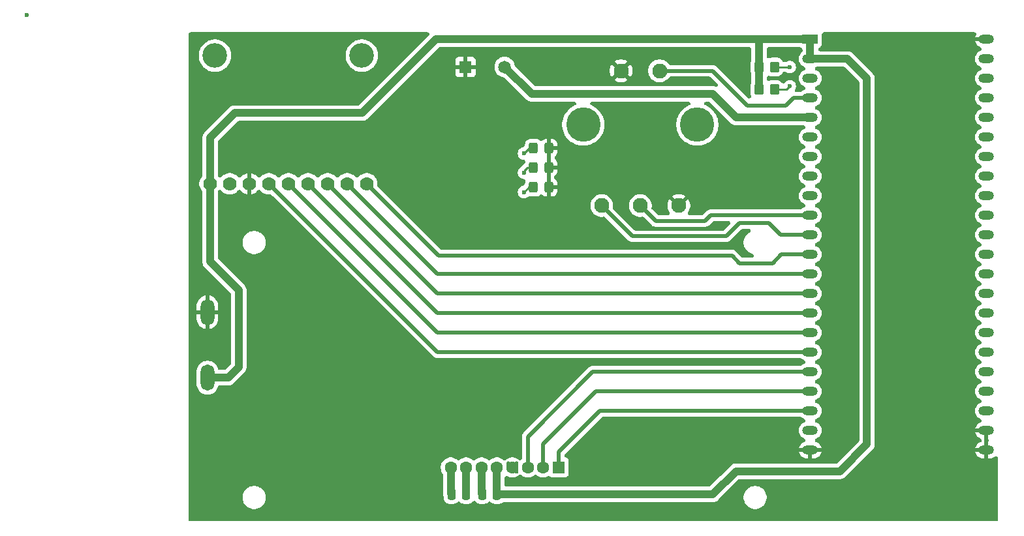
<source format=gbr>
%TF.GenerationSoftware,KiCad,Pcbnew,9.0.0*%
%TF.CreationDate,2025-04-12T20:32:53-04:00*%
%TF.ProjectId,phoenix_v1,70686f65-6e69-4785-9f76-312e6b696361,v2*%
%TF.SameCoordinates,Original*%
%TF.FileFunction,Copper,L1,Top*%
%TF.FilePolarity,Positive*%
%FSLAX46Y46*%
G04 Gerber Fmt 4.6, Leading zero omitted, Abs format (unit mm)*
G04 Created by KiCad (PCBNEW 9.0.0) date 2025-04-12 20:32:53*
%MOMM*%
%LPD*%
G01*
G04 APERTURE LIST*
G04 Aperture macros list*
%AMRoundRect*
0 Rectangle with rounded corners*
0 $1 Rounding radius*
0 $2 $3 $4 $5 $6 $7 $8 $9 X,Y pos of 4 corners*
0 Add a 4 corners polygon primitive as box body*
4,1,4,$2,$3,$4,$5,$6,$7,$8,$9,$2,$3,0*
0 Add four circle primitives for the rounded corners*
1,1,$1+$1,$2,$3*
1,1,$1+$1,$4,$5*
1,1,$1+$1,$6,$7*
1,1,$1+$1,$8,$9*
0 Add four rect primitives between the rounded corners*
20,1,$1+$1,$2,$3,$4,$5,0*
20,1,$1+$1,$4,$5,$6,$7,0*
20,1,$1+$1,$6,$7,$8,$9,0*
20,1,$1+$1,$8,$9,$2,$3,0*%
G04 Aperture macros list end*
%TA.AperFunction,SMDPad,CuDef*%
%ADD10RoundRect,0.250000X0.325000X0.450000X-0.325000X0.450000X-0.325000X-0.450000X0.325000X-0.450000X0*%
%TD*%
%TA.AperFunction,ComponentPad*%
%ADD11C,1.778000*%
%TD*%
%TA.AperFunction,ComponentPad*%
%ADD12C,3.200000*%
%TD*%
%TA.AperFunction,ComponentPad*%
%ADD13R,1.650000X1.650000*%
%TD*%
%TA.AperFunction,ComponentPad*%
%ADD14C,1.650000*%
%TD*%
%TA.AperFunction,SMDPad,CuDef*%
%ADD15RoundRect,0.250000X0.250000X0.475000X-0.250000X0.475000X-0.250000X-0.475000X0.250000X-0.475000X0*%
%TD*%
%TA.AperFunction,SMDPad,CuDef*%
%ADD16RoundRect,0.250000X-0.350000X-0.450000X0.350000X-0.450000X0.350000X0.450000X-0.350000X0.450000X0*%
%TD*%
%TA.AperFunction,ComponentPad*%
%ADD17R,1.600000X1.600000*%
%TD*%
%TA.AperFunction,ComponentPad*%
%ADD18C,1.600000*%
%TD*%
%TA.AperFunction,ComponentPad*%
%ADD19O,1.800000X3.400000*%
%TD*%
%TA.AperFunction,ComponentPad*%
%ADD20R,2.000000X1.200000*%
%TD*%
%TA.AperFunction,ComponentPad*%
%ADD21O,2.000000X1.200000*%
%TD*%
%TA.AperFunction,ComponentPad*%
%ADD22C,1.950000*%
%TD*%
%TA.AperFunction,ComponentPad*%
%ADD23C,4.460000*%
%TD*%
%TA.AperFunction,ViaPad*%
%ADD24C,0.600000*%
%TD*%
%TA.AperFunction,Conductor*%
%ADD25C,0.250000*%
%TD*%
%TA.AperFunction,Conductor*%
%ADD26C,1.000000*%
%TD*%
%TA.AperFunction,Conductor*%
%ADD27C,0.200000*%
%TD*%
%TA.AperFunction,Conductor*%
%ADD28C,0.500000*%
%TD*%
G04 APERTURE END LIST*
D10*
%TO.P,D3,2,A*%
%TO.N,Net-(D3-A)*%
X129225000Y-79120000D03*
%TO.P,D3,1,K*%
%TO.N,GND*%
X131275000Y-79120000D03*
%TD*%
%TO.P,D2,2,A*%
%TO.N,Net-(D2-A)*%
X129225000Y-76540000D03*
%TO.P,D2,1,K*%
%TO.N,GND*%
X131275000Y-76540000D03*
%TD*%
%TO.P,D1,2,A*%
%TO.N,Net-(D1-A)*%
X129225000Y-74040000D03*
%TO.P,D1,1,K*%
%TO.N,GND*%
X131275000Y-74040000D03*
%TD*%
D11*
%TO.P,J2,1,Pin_1*%
%TO.N,/MAX_DRDY*%
X107610000Y-78668000D03*
%TO.P,J2,2,Pin_2*%
%TO.N,/MAX_FAULT*%
X105070000Y-78668000D03*
%TO.P,J2,3,Pin_3*%
%TO.N,/MAX_CS*%
X102530000Y-78668000D03*
%TO.P,J2,4,Pin_4*%
%TO.N,/MAX_SDI*%
X99990000Y-78668000D03*
%TO.P,J2,5,Pin_5*%
%TO.N,/MAX_SDO*%
X97450000Y-78668000D03*
%TO.P,J2,6,Pin_6*%
%TO.N,/MAX_SCK*%
X94910000Y-78668000D03*
%TO.P,J2,7,Pin_7*%
%TO.N,GND*%
X92370000Y-78668000D03*
%TO.P,J2,8,Pin_8*%
%TO.N,/MAX_3.3VOUT*%
X89830000Y-78668000D03*
%TO.P,J2,9,Pin_9*%
%TO.N,+3.3V*%
X87290000Y-78668000D03*
D12*
%TO.P,J2,P$1*%
%TO.N,N/C*%
X87925000Y-62031000D03*
X106975000Y-62031000D03*
%TD*%
D13*
%TO.P,J1,1,Pin_1*%
%TO.N,GND*%
X120420000Y-63500000D03*
D14*
%TO.P,J1,2,Pin_2*%
%TO.N,/SSR_PWM*%
X125500000Y-63500000D03*
%TD*%
D15*
%TO.P,C1,1*%
%TO.N,+3.3V*%
X124500000Y-119000000D03*
%TO.P,C1,2*%
%TO.N,Net-(U2-VOUT)*%
X122600000Y-119000000D03*
%TD*%
%TO.P,C2,1*%
%TO.N,Net-(U2-C1+)*%
X120500000Y-119000000D03*
%TO.P,C2,2*%
%TO.N,Net-(U2-C1-)*%
X118600000Y-119000000D03*
%TD*%
D16*
%TO.P,R5,1*%
%TO.N,+3.3V*%
X158500000Y-66450000D03*
%TO.P,R5,2*%
%TO.N,/SDA*%
X160500000Y-66450000D03*
%TD*%
%TO.P,R4,1*%
%TO.N,+3.3V*%
X158500000Y-63500000D03*
%TO.P,R4,2*%
%TO.N,/SCL*%
X160500000Y-63500000D03*
%TD*%
D17*
%TO.P,U2,1,~{RST}*%
%TO.N,/DISPLAY_RST*%
X132500000Y-115500000D03*
D18*
%TO.P,U2,2,SCL*%
%TO.N,/SCL*%
X130500000Y-115500000D03*
%TO.P,U2,3,SDA*%
%TO.N,/SDA*%
X128500000Y-115500000D03*
%TO.P,U2,4,VSS*%
%TO.N,GND*%
X126500000Y-115500000D03*
%TO.P,U2,5,VDD*%
%TO.N,+3.3V*%
X124500000Y-115500000D03*
%TO.P,U2,6,VOUT*%
%TO.N,Net-(U2-VOUT)*%
X122500000Y-115500000D03*
%TO.P,U2,7,C1+*%
%TO.N,Net-(U2-C1+)*%
X120500000Y-115500000D03*
%TO.P,U2,8,C1-*%
%TO.N,Net-(U2-C1-)*%
X118500000Y-115500000D03*
D19*
%TO.P,U2,9,A*%
%TO.N,+3.3V*%
X86950000Y-103850000D03*
%TO.P,U2,10,K*%
%TO.N,GND*%
X86950000Y-95350000D03*
%TD*%
D20*
%TO.P,U1,1,3V3*%
%TO.N,+3.3V*%
X165140000Y-59920000D03*
D21*
%TO.P,U1,2,3V3*%
X165140000Y-62460000D03*
%TO.P,U1,3,CHIP_PU*%
%TO.N,unconnected-(U1-CHIP_PU-Pad3)*%
X165140000Y-65000000D03*
%TO.P,U1,4,GPIO4/ADC1_CH3*%
%TO.N,/ENC_SW*%
X165140000Y-67540000D03*
%TO.P,U1,5,GPIO5/ADC1_CH4*%
%TO.N,/SSR_PWM*%
X165140000Y-70080000D03*
%TO.P,U1,6,GPIO6/ADC1_CH5*%
%TO.N,unconnected-(U1-GPIO6{slash}ADC1_CH5-Pad6)*%
X165140000Y-72620000D03*
%TO.P,U1,7,GPIO7/ADC1_CH6*%
%TO.N,/LED_1*%
X165140000Y-75160000D03*
%TO.P,U1,8,GPIO15/ADC2_CH4/32K_P*%
%TO.N,/LED_2*%
X165140000Y-77700000D03*
%TO.P,U1,9,GPIO16/ADC2_CH5/32K_N*%
%TO.N,/LED_3*%
X165140000Y-80240000D03*
%TO.P,U1,10,GPIO17/ADC2_CH6*%
%TO.N,/ENC_B*%
X165140000Y-82780000D03*
%TO.P,U1,11,GPIO18/ADC2_CH7*%
%TO.N,/ENC_A*%
X165140000Y-85320000D03*
%TO.P,U1,12,GPIO8/ADC1_CH7*%
%TO.N,/MAX_DRDY*%
X165140000Y-87860000D03*
%TO.P,U1,13,GPIO3/ADC1_CH2*%
%TO.N,/MAX_FAULT*%
X165140000Y-90400000D03*
%TO.P,U1,14,GPIO46*%
%TO.N,/MAX_CS*%
X165140000Y-92940000D03*
%TO.P,U1,15,GPIO9/ADC1_CH8*%
%TO.N,/MAX_SDI*%
X165140000Y-95480000D03*
%TO.P,U1,16,GPIO10/ADC1_CH9*%
%TO.N,/MAX_SDO*%
X165140000Y-98020000D03*
%TO.P,U1,17,GPIO11/ADC2_CH0*%
%TO.N,/MAX_SCK*%
X165140000Y-100560000D03*
%TO.P,U1,18,GPIO12/ADC2_CH1*%
%TO.N,/SDA*%
X165140000Y-103100000D03*
%TO.P,U1,19,GPIO13/ADC2_CH2*%
%TO.N,/SCL*%
X165140000Y-105640000D03*
%TO.P,U1,20,GPIO14/ADC2_CH3*%
%TO.N,/DISPLAY_RST*%
X165136320Y-108177280D03*
%TO.P,U1,21,5V*%
%TO.N,+5V*%
X165136320Y-110717280D03*
%TO.P,U1,22,GND*%
%TO.N,GND*%
X165136320Y-113257280D03*
%TO.P,U1,23,GND*%
X188000000Y-113260000D03*
%TO.P,U1,24,GND*%
X188000000Y-110720000D03*
%TO.P,U1,25,GPIO19/USB_D-*%
%TO.N,unconnected-(U1-GPIO19{slash}USB_D--Pad25)*%
X188000000Y-108180000D03*
%TO.P,U1,26,GPIO20/USB_D+*%
%TO.N,unconnected-(U1-GPIO20{slash}USB_D+-Pad26)*%
X188000000Y-105640000D03*
%TO.P,U1,27,GPIO21*%
%TO.N,unconnected-(U1-GPIO21-Pad27)*%
X188000000Y-103100000D03*
%TO.P,U1,28,GPIO47*%
%TO.N,unconnected-(U1-GPIO47-Pad28)*%
X188000000Y-100560000D03*
%TO.P,U1,29,GPIO48*%
%TO.N,unconnected-(U1-GPIO48-Pad29)*%
X188000000Y-98020000D03*
%TO.P,U1,30,GPIO45*%
%TO.N,unconnected-(U1-GPIO45-Pad30)*%
X188000000Y-95480000D03*
%TO.P,U1,31,GPIO0*%
%TO.N,unconnected-(U1-GPIO0-Pad31)*%
X188000000Y-92940000D03*
%TO.P,U1,32,GPIO35*%
%TO.N,unconnected-(U1-GPIO35-Pad32)*%
X188000000Y-90400000D03*
%TO.P,U1,33,GPIO36*%
%TO.N,unconnected-(U1-GPIO36-Pad33)*%
X188000000Y-87860000D03*
%TO.P,U1,34,GPIO37*%
%TO.N,unconnected-(U1-GPIO37-Pad34)*%
X188000000Y-85320000D03*
%TO.P,U1,35,GPIO38*%
%TO.N,unconnected-(U1-GPIO38-Pad35)*%
X188000000Y-82780000D03*
%TO.P,U1,36,GPIO39/MTCK*%
%TO.N,unconnected-(U1-GPIO39{slash}MTCK-Pad36)*%
X188000000Y-80240000D03*
%TO.P,U1,37,GPIO40/MTDO*%
%TO.N,unconnected-(U1-GPIO40{slash}MTDO-Pad37)*%
X188000000Y-77700000D03*
%TO.P,U1,38,GPIO41/MTDI*%
%TO.N,unconnected-(U1-GPIO41{slash}MTDI-Pad38)*%
X188000000Y-75160000D03*
%TO.P,U1,39,GPIO42/MTMS*%
%TO.N,unconnected-(U1-GPIO42{slash}MTMS-Pad39)*%
X188000000Y-72620000D03*
%TO.P,U1,40,GPIO2/ADC1_CH1*%
%TO.N,unconnected-(U1-GPIO2{slash}ADC1_CH1-Pad40)*%
X188000000Y-70080000D03*
%TO.P,U1,41,GPIO1/ADC1_CH0*%
%TO.N,unconnected-(U1-GPIO1{slash}ADC1_CH0-Pad41)*%
X188000000Y-67540000D03*
%TO.P,U1,42,GPIO44/U0RXD*%
%TO.N,unconnected-(U1-GPIO44{slash}U0RXD-Pad42)*%
X188000000Y-65000000D03*
%TO.P,U1,43,GPIO43/U0TXD*%
%TO.N,unconnected-(U1-GPIO43{slash}U0TXD-Pad43)*%
X188000000Y-62460000D03*
%TO.P,U1,44,GND*%
%TO.N,GND*%
X188000000Y-59920000D03*
%TD*%
D22*
%TO.P,SW1,A,A*%
%TO.N,/ENC_A*%
X138100000Y-81500000D03*
%TO.P,SW1,B,B*%
%TO.N,/ENC_B*%
X143100000Y-81500000D03*
%TO.P,SW1,C,C*%
%TO.N,GND*%
X148100000Y-81500000D03*
D23*
%TO.P,SW1,MH1*%
%TO.N,N/C*%
X135700000Y-71000000D03*
%TO.P,SW1,MH2*%
X150500000Y-71000000D03*
D22*
%TO.P,SW1,S1,S1*%
%TO.N,GND*%
X140600000Y-64000000D03*
%TO.P,SW1,S2,S2*%
%TO.N,/ENC_SW*%
X145600000Y-64000000D03*
%TD*%
D24*
%TO.N,Net-(D1-A)*%
X128000000Y-74750000D03*
%TO.N,Net-(D3-A)*%
X128000000Y-79750000D03*
%TO.N,Net-(D2-A)*%
X128000000Y-77250000D03*
%TO.N,*%
X63500000Y-56750000D03*
%TO.N,GND*%
X95000000Y-81250000D03*
X95000000Y-76500000D03*
X106500000Y-76500000D03*
X100500000Y-76500000D03*
X85750000Y-89750000D03*
X85250000Y-99750000D03*
X89250000Y-93250000D03*
X89000000Y-101750000D03*
X85500000Y-60000000D03*
X85500000Y-72000000D03*
X85500000Y-76250000D03*
X85500000Y-80750000D03*
X89000000Y-81750000D03*
X92750000Y-97500000D03*
X89250000Y-87750000D03*
X90500000Y-105500000D03*
X93000000Y-103250000D03*
X92750000Y-91750000D03*
X152500000Y-121000000D03*
X185500000Y-60000000D03*
X179500000Y-60000000D03*
X170500000Y-93000000D03*
X91000000Y-73000000D03*
X98500000Y-85000000D03*
X96500000Y-67500000D03*
X140500000Y-117000000D03*
X132000000Y-121000000D03*
X132000000Y-72500000D03*
X162500000Y-110500000D03*
X170500000Y-60000000D03*
X85500000Y-121500000D03*
X172000000Y-60000000D03*
X182500000Y-60000000D03*
X122500000Y-120500000D03*
X170500000Y-103000000D03*
X176000000Y-77500000D03*
X176000000Y-87500000D03*
X96000000Y-112500000D03*
X169024610Y-59973958D03*
X141500000Y-121000000D03*
X186500000Y-121500000D03*
X116500000Y-102000000D03*
X176000000Y-98000000D03*
X170500000Y-72500000D03*
X126500000Y-113000000D03*
X176500000Y-60000000D03*
X152000000Y-65500000D03*
X135000000Y-65000000D03*
X188500000Y-119500000D03*
X164500000Y-121500000D03*
X87000000Y-121500000D03*
X128000000Y-86500000D03*
X147500000Y-86500000D03*
X178000000Y-60000000D03*
X175000000Y-60000000D03*
X125500000Y-66500000D03*
X136500000Y-121000000D03*
X97000000Y-71500000D03*
X176000000Y-82500000D03*
X87500000Y-69500000D03*
X117500000Y-86000000D03*
X85500000Y-110500000D03*
X134500000Y-114000000D03*
X120500000Y-120500000D03*
X118500000Y-120500000D03*
X102000000Y-121500000D03*
X129500000Y-65000000D03*
X138500000Y-110000000D03*
X108500000Y-95500000D03*
X116000000Y-119000000D03*
X176000000Y-121500000D03*
X132000000Y-69000000D03*
X128000000Y-121000000D03*
X117500000Y-62500000D03*
X112500000Y-67000000D03*
X124500000Y-120500000D03*
X85500000Y-120000000D03*
X170500000Y-98000000D03*
X91000000Y-61000000D03*
X169500000Y-64500000D03*
X170500000Y-87500000D03*
X184000000Y-60000000D03*
X114500000Y-75000000D03*
X128000000Y-102500000D03*
X107500000Y-71500000D03*
X85500000Y-86000000D03*
X158500000Y-114000000D03*
X170500000Y-111500000D03*
X113500000Y-60000000D03*
X176000000Y-62500000D03*
X188500000Y-121500000D03*
X146000000Y-117000000D03*
X170500000Y-77500000D03*
X151500000Y-117000000D03*
X173000000Y-62500000D03*
X128000000Y-68500000D03*
X86500000Y-65000000D03*
X170500000Y-108000000D03*
X103500000Y-90000000D03*
X111500000Y-80000000D03*
X135500000Y-117000000D03*
X181000000Y-60000000D03*
X147000000Y-121000000D03*
X176000000Y-108000000D03*
X147000000Y-110000000D03*
X176000000Y-67500000D03*
X118500000Y-113000000D03*
X106000000Y-67500000D03*
X176000000Y-72500000D03*
X176000000Y-113500000D03*
X170500000Y-82500000D03*
X128500000Y-64000000D03*
X176000000Y-103000000D03*
X155500000Y-110000000D03*
X134500000Y-102500000D03*
X173500000Y-60000000D03*
X129000000Y-107500000D03*
X162500000Y-61500000D03*
X104500000Y-105000000D03*
X110000000Y-63500000D03*
X155000000Y-86500000D03*
X157000000Y-61500000D03*
X168000000Y-114000000D03*
X167500000Y-60000000D03*
X138500000Y-86500000D03*
X176000000Y-93000000D03*
X170500000Y-67500000D03*
%TO.N,/SCL*%
X162500000Y-63500000D03*
%TO.N,/SDA*%
X162500000Y-66000000D03*
%TD*%
D25*
%TO.N,Net-(D1-A)*%
X129225000Y-74040000D02*
X128710000Y-74040000D01*
X128710000Y-74040000D02*
X128000000Y-74750000D01*
%TO.N,Net-(D3-A)*%
X129225000Y-79120000D02*
X128630000Y-79120000D01*
X128630000Y-79120000D02*
X128000000Y-79750000D01*
%TO.N,Net-(D2-A)*%
X128460000Y-76540000D02*
X129225000Y-76540000D01*
X128000000Y-77250000D02*
X128000000Y-77000000D01*
X128000000Y-77000000D02*
X128460000Y-76540000D01*
D26*
%TO.N,+3.3V*%
X87290000Y-88790000D02*
X87290000Y-78668000D01*
X169000000Y-116000000D02*
X172500000Y-112500000D01*
X91000000Y-92500000D02*
X87290000Y-88790000D01*
X107000000Y-69500000D02*
X90500000Y-69500000D01*
X87290000Y-72710000D02*
X87290000Y-78668000D01*
X152500000Y-119000000D02*
X155500000Y-116000000D01*
X162000000Y-59920000D02*
X158500000Y-59920000D01*
X169960000Y-62460000D02*
X165140000Y-62460000D01*
X172500000Y-65000000D02*
X169960000Y-62460000D01*
X124500000Y-119000000D02*
X152500000Y-119000000D01*
X158500000Y-63500000D02*
X158500000Y-66450000D01*
X158500000Y-59920000D02*
X116580000Y-59920000D01*
X158500000Y-63500000D02*
X158500000Y-59920000D01*
X90500000Y-69500000D02*
X87290000Y-72710000D01*
X155500000Y-116000000D02*
X169000000Y-116000000D01*
X124500000Y-115500000D02*
X124500000Y-119000000D01*
X89650000Y-103850000D02*
X91000000Y-102500000D01*
X172500000Y-112500000D02*
X172500000Y-65000000D01*
X116580000Y-59920000D02*
X107000000Y-69500000D01*
X91000000Y-102500000D02*
X91000000Y-92500000D01*
X86950000Y-103850000D02*
X89650000Y-103850000D01*
X162000000Y-59920000D02*
X165140000Y-59920000D01*
X165140000Y-59920000D02*
X165140000Y-62460000D01*
%TO.N,/SSR_PWM*%
X125500000Y-63500000D02*
X129000000Y-67000000D01*
X129000000Y-67000000D02*
X152500000Y-67000000D01*
X152500000Y-67000000D02*
X155580000Y-70080000D01*
X155580000Y-70080000D02*
X165140000Y-70080000D01*
%TO.N,Net-(U2-VOUT)*%
X122500000Y-115500000D02*
X122500000Y-118900000D01*
D27*
X122600000Y-115600000D02*
X122500000Y-115500000D01*
D26*
X122500000Y-118900000D02*
X122600000Y-119000000D01*
%TO.N,Net-(U2-C1+)*%
X120500000Y-115500000D02*
X120500000Y-119000000D01*
D27*
%TO.N,Net-(U2-C1-)*%
X118600000Y-115600000D02*
X118500000Y-115500000D01*
D26*
X118500000Y-115500000D02*
X118500000Y-118900000D01*
X118500000Y-118900000D02*
X118600000Y-119000000D01*
D25*
%TO.N,/SCL*%
X160500000Y-63500000D02*
X162500000Y-63500000D01*
D28*
X137299761Y-105640000D02*
X130500000Y-112439761D01*
X165140000Y-105640000D02*
X137299761Y-105640000D01*
X130500000Y-112439761D02*
X130500000Y-115500000D01*
%TO.N,/SDA*%
X128500000Y-111500000D02*
X128500000Y-115500000D01*
D25*
X160500000Y-66450000D02*
X162050000Y-66450000D01*
D28*
X165140000Y-103100000D02*
X136900000Y-103100000D01*
D25*
X162050000Y-66450000D02*
X162500000Y-66000000D01*
D28*
X136900000Y-103100000D02*
X128500000Y-111500000D01*
%TO.N,/ENC_B*%
X151500000Y-83500000D02*
X145100000Y-83500000D01*
X152220000Y-82780000D02*
X151500000Y-83500000D01*
X165140000Y-82780000D02*
X152220000Y-82780000D01*
X145100000Y-83500000D02*
X143100000Y-81500000D01*
%TO.N,/ENC_A*%
X161320000Y-85320000D02*
X165140000Y-85320000D01*
X156000000Y-83750000D02*
X159750000Y-83750000D01*
X154250000Y-85500000D02*
X156000000Y-83750000D01*
X159750000Y-83750000D02*
X161320000Y-85320000D01*
X138100000Y-81500000D02*
X142100000Y-85500000D01*
X142100000Y-85500000D02*
X154250000Y-85500000D01*
%TO.N,/ENC_SW*%
X152500000Y-64000000D02*
X157000000Y-68500000D01*
X162960000Y-67540000D02*
X165140000Y-67540000D01*
X145600000Y-64000000D02*
X152500000Y-64000000D01*
X162000000Y-68500000D02*
X162960000Y-67540000D01*
X157000000Y-68500000D02*
X162000000Y-68500000D01*
%TO.N,/MAX_SDO*%
X97450000Y-78668000D02*
X116802000Y-98020000D01*
X116802000Y-98020000D02*
X165140000Y-98020000D01*
%TO.N,/MAX_SCK*%
X116802000Y-100560000D02*
X165140000Y-100560000D01*
X94910000Y-78668000D02*
X116802000Y-100560000D01*
%TO.N,/MAX_DRDY*%
X107610000Y-78668000D02*
X116942000Y-88000000D01*
X156000000Y-89000000D02*
X160250000Y-89000000D01*
X155000000Y-88000000D02*
X156000000Y-89000000D01*
X161390000Y-87860000D02*
X165140000Y-87860000D01*
X160250000Y-89000000D02*
X161390000Y-87860000D01*
X116942000Y-88000000D02*
X155000000Y-88000000D01*
%TO.N,/MAX_SDI*%
X99990000Y-78668000D02*
X116802000Y-95480000D01*
X116802000Y-95480000D02*
X165140000Y-95480000D01*
%TO.N,/MAX_CS*%
X116802000Y-92940000D02*
X165140000Y-92940000D01*
X102530000Y-78668000D02*
X116802000Y-92940000D01*
%TO.N,/MAX_FAULT*%
X116802000Y-90400000D02*
X165140000Y-90400000D01*
X105070000Y-78668000D02*
X116802000Y-90400000D01*
%TO.N,/DISPLAY_RST*%
X165136320Y-108177280D02*
X137822720Y-108177280D01*
X132500000Y-113500000D02*
X132500000Y-115500000D01*
X137822720Y-108177280D02*
X132500000Y-113500000D01*
%TD*%
%TA.AperFunction,Conductor*%
%TO.N,GND*%
G36*
X115578727Y-59019454D02*
G01*
X115659509Y-59073430D01*
X115713485Y-59154212D01*
X115732439Y-59249500D01*
X115713485Y-59344788D01*
X115659509Y-59425570D01*
X106658510Y-68426570D01*
X106577728Y-68480546D01*
X106482440Y-68499500D01*
X90610849Y-68499500D01*
X90610829Y-68499499D01*
X90598541Y-68499499D01*
X90401460Y-68499499D01*
X90401455Y-68499499D01*
X90208168Y-68537946D01*
X90208165Y-68537947D01*
X90026090Y-68613365D01*
X90026085Y-68613368D01*
X89862222Y-68722857D01*
X89862219Y-68722860D01*
X86652220Y-71932859D01*
X86652218Y-71932861D01*
X86652217Y-71932860D01*
X86512862Y-72072216D01*
X86512860Y-72072219D01*
X86403369Y-72236084D01*
X86403365Y-72236091D01*
X86327949Y-72418164D01*
X86327947Y-72418169D01*
X86289500Y-72611454D01*
X86289500Y-77601447D01*
X86270546Y-77696735D01*
X86235217Y-77754390D01*
X86235899Y-77754886D01*
X86230149Y-77762799D01*
X86230148Y-77762801D01*
X86173219Y-77841158D01*
X86101592Y-77939744D01*
X86101588Y-77939751D01*
X86002304Y-78134606D01*
X86002295Y-78134627D01*
X85934716Y-78342618D01*
X85934711Y-78342637D01*
X85900501Y-78558633D01*
X85900500Y-78558641D01*
X85900500Y-78558644D01*
X85900500Y-78777356D01*
X85900500Y-78777359D01*
X85900501Y-78777366D01*
X85934711Y-78993362D01*
X85934716Y-78993381D01*
X85990996Y-79166598D01*
X86002299Y-79201383D01*
X86002303Y-79201391D01*
X86002304Y-79201393D01*
X86088632Y-79370821D01*
X86101593Y-79396257D01*
X86230145Y-79573195D01*
X86235899Y-79581114D01*
X86234886Y-79581849D01*
X86277312Y-79657605D01*
X86289500Y-79734552D01*
X86289500Y-88888545D01*
X86327947Y-89081830D01*
X86327949Y-89081835D01*
X86403365Y-89263908D01*
X86403366Y-89263911D01*
X86403368Y-89263914D01*
X86440404Y-89319342D01*
X86481015Y-89380122D01*
X86512861Y-89427782D01*
X86652218Y-89567139D01*
X86652220Y-89567140D01*
X89926570Y-92841490D01*
X89980546Y-92922272D01*
X89999500Y-93017560D01*
X89999500Y-101982440D01*
X89980546Y-102077728D01*
X89926570Y-102158509D01*
X89308511Y-102776569D01*
X89227729Y-102830546D01*
X89132441Y-102849500D01*
X88538336Y-102849500D01*
X88443048Y-102830546D01*
X88362266Y-102776570D01*
X88308290Y-102695788D01*
X88301523Y-102677445D01*
X88247897Y-102512400D01*
X88247890Y-102512383D01*
X88147820Y-102315986D01*
X88147816Y-102315981D01*
X88147815Y-102315978D01*
X88018242Y-102137635D01*
X87862365Y-101981758D01*
X87684022Y-101852185D01*
X87684019Y-101852183D01*
X87684013Y-101852179D01*
X87487616Y-101752109D01*
X87487609Y-101752106D01*
X87487606Y-101752105D01*
X87277951Y-101683985D01*
X87277945Y-101683984D01*
X87277938Y-101683982D01*
X87060232Y-101649501D01*
X87060225Y-101649500D01*
X87060222Y-101649500D01*
X86839778Y-101649500D01*
X86839775Y-101649500D01*
X86839767Y-101649501D01*
X86622061Y-101683982D01*
X86622054Y-101683984D01*
X86622052Y-101683984D01*
X86622049Y-101683985D01*
X86412394Y-101752105D01*
X86412392Y-101752105D01*
X86412392Y-101752106D01*
X86412383Y-101752109D01*
X86215986Y-101852179D01*
X86215979Y-101852184D01*
X86037633Y-101981759D01*
X85881759Y-102137633D01*
X85752184Y-102315979D01*
X85752179Y-102315986D01*
X85652109Y-102512383D01*
X85652105Y-102512392D01*
X85652105Y-102512394D01*
X85583985Y-102722049D01*
X85583984Y-102722052D01*
X85583984Y-102722054D01*
X85583982Y-102722061D01*
X85549501Y-102939767D01*
X85549500Y-102939782D01*
X85549500Y-104760217D01*
X85549501Y-104760232D01*
X85583982Y-104977938D01*
X85583984Y-104977945D01*
X85583985Y-104977951D01*
X85652105Y-105187606D01*
X85652106Y-105187607D01*
X85652109Y-105187616D01*
X85752179Y-105384013D01*
X85752183Y-105384019D01*
X85752185Y-105384022D01*
X85881758Y-105562365D01*
X86037635Y-105718242D01*
X86215978Y-105847815D01*
X86215981Y-105847816D01*
X86215986Y-105847820D01*
X86412383Y-105947890D01*
X86412386Y-105947891D01*
X86412394Y-105947895D01*
X86622049Y-106016015D01*
X86622060Y-106016016D01*
X86622061Y-106016017D01*
X86682640Y-106025611D01*
X86839778Y-106050500D01*
X86839782Y-106050500D01*
X87060218Y-106050500D01*
X87060222Y-106050500D01*
X87277951Y-106016015D01*
X87487606Y-105947895D01*
X87487616Y-105947890D01*
X87684013Y-105847820D01*
X87684015Y-105847818D01*
X87684022Y-105847815D01*
X87862365Y-105718242D01*
X88018242Y-105562365D01*
X88147815Y-105384022D01*
X88148692Y-105382302D01*
X88247890Y-105187616D01*
X88247894Y-105187607D01*
X88247895Y-105187606D01*
X88266970Y-105128897D01*
X88301523Y-105022555D01*
X88348995Y-104937788D01*
X88425292Y-104877640D01*
X88518799Y-104851268D01*
X88538336Y-104850500D01*
X89748539Y-104850500D01*
X89748540Y-104850500D01*
X89748541Y-104850500D01*
X89845188Y-104831275D01*
X89941836Y-104812051D01*
X89995165Y-104789961D01*
X90123914Y-104736632D01*
X90287782Y-104627139D01*
X90427139Y-104487782D01*
X90427139Y-104487780D01*
X90447639Y-104467281D01*
X90447640Y-104467278D01*
X91777139Y-103137782D01*
X91886632Y-102973914D01*
X91962051Y-102791835D01*
X91968749Y-102758165D01*
X92000500Y-102598540D01*
X92000500Y-102401460D01*
X92000500Y-92401459D01*
X91965016Y-92223072D01*
X91962051Y-92208164D01*
X91930811Y-92132745D01*
X91886632Y-92026086D01*
X91777139Y-91862218D01*
X91746634Y-91831713D01*
X91637782Y-91722860D01*
X91637782Y-91722861D01*
X88363430Y-88448509D01*
X88309454Y-88367727D01*
X88290500Y-88272439D01*
X88290500Y-86181912D01*
X91499500Y-86181912D01*
X91499500Y-86418087D01*
X91499501Y-86418103D01*
X91536446Y-86651364D01*
X91536447Y-86651368D01*
X91553238Y-86703045D01*
X91597778Y-86840127D01*
X91609432Y-86875992D01*
X91683104Y-87020581D01*
X91716659Y-87086437D01*
X91855478Y-87277504D01*
X91855480Y-87277506D01*
X91855483Y-87277510D01*
X92022490Y-87444517D01*
X92022493Y-87444519D01*
X92022495Y-87444521D01*
X92213562Y-87583340D01*
X92213564Y-87583341D01*
X92213567Y-87583343D01*
X92424008Y-87690568D01*
X92648632Y-87763553D01*
X92881908Y-87800500D01*
X92881912Y-87800500D01*
X93118088Y-87800500D01*
X93118092Y-87800500D01*
X93351368Y-87763553D01*
X93575992Y-87690568D01*
X93786433Y-87583343D01*
X93977510Y-87444517D01*
X94144517Y-87277510D01*
X94283343Y-87086433D01*
X94390568Y-86875992D01*
X94463553Y-86651368D01*
X94500500Y-86418092D01*
X94500500Y-86181908D01*
X94463553Y-85948632D01*
X94390568Y-85724008D01*
X94283343Y-85513567D01*
X94283341Y-85513564D01*
X94283340Y-85513562D01*
X94144521Y-85322495D01*
X94144519Y-85322493D01*
X94144517Y-85322490D01*
X93977510Y-85155483D01*
X93977506Y-85155480D01*
X93977504Y-85155478D01*
X93786437Y-85016659D01*
X93772747Y-85009683D01*
X93575992Y-84909432D01*
X93575989Y-84909431D01*
X93575987Y-84909430D01*
X93451079Y-84868845D01*
X93351368Y-84836447D01*
X93351366Y-84836446D01*
X93351364Y-84836446D01*
X93118103Y-84799501D01*
X93118094Y-84799500D01*
X93118092Y-84799500D01*
X92881908Y-84799500D01*
X92881905Y-84799500D01*
X92881896Y-84799501D01*
X92648635Y-84836446D01*
X92424012Y-84909430D01*
X92213562Y-85016659D01*
X92022495Y-85155478D01*
X91855478Y-85322495D01*
X91716659Y-85513562D01*
X91609430Y-85724012D01*
X91536446Y-85948635D01*
X91499501Y-86181896D01*
X91499500Y-86181912D01*
X88290500Y-86181912D01*
X88290500Y-79734552D01*
X88296744Y-79703160D01*
X88298690Y-79671217D01*
X88305802Y-79657622D01*
X88309454Y-79639264D01*
X88341257Y-79583884D01*
X88347876Y-79575174D01*
X88349852Y-79573199D01*
X88360141Y-79559036D01*
X88361757Y-79556911D01*
X88396151Y-79526466D01*
X88429897Y-79495272D01*
X88432461Y-79494326D01*
X88434506Y-79492516D01*
X88477935Y-79477549D01*
X88521047Y-79461645D01*
X88523776Y-79461752D01*
X88526360Y-79460862D01*
X88572219Y-79463655D01*
X88618127Y-79465459D01*
X88620608Y-79466602D01*
X88623335Y-79466769D01*
X88664630Y-79486896D01*
X88706358Y-79506133D01*
X88708508Y-79508283D01*
X88710668Y-79509336D01*
X88719201Y-79518976D01*
X88761444Y-79561219D01*
X88770148Y-79573199D01*
X88924801Y-79727852D01*
X89101743Y-79856407D01*
X89296617Y-79955701D01*
X89504625Y-80023286D01*
X89504636Y-80023287D01*
X89504637Y-80023288D01*
X89515453Y-80025001D01*
X89720644Y-80057500D01*
X89720648Y-80057500D01*
X89939352Y-80057500D01*
X89939356Y-80057500D01*
X90155375Y-80023286D01*
X90363383Y-79955701D01*
X90558257Y-79856407D01*
X90735199Y-79727852D01*
X90889852Y-79573199D01*
X90898863Y-79560795D01*
X90970203Y-79494848D01*
X91061352Y-79461219D01*
X91158432Y-79465032D01*
X91246664Y-79505705D01*
X91301753Y-79560793D01*
X91310526Y-79572868D01*
X91465130Y-79727472D01*
X91642005Y-79855979D01*
X91836798Y-79955231D01*
X91836816Y-79955239D01*
X92044733Y-80022795D01*
X92120000Y-80034716D01*
X92120000Y-79101012D01*
X92177007Y-79133925D01*
X92304174Y-79168000D01*
X92435826Y-79168000D01*
X92562993Y-79133925D01*
X92620000Y-79101012D01*
X92620000Y-80034716D01*
X92695266Y-80022795D01*
X92903183Y-79955239D01*
X92903201Y-79955231D01*
X93097994Y-79855979D01*
X93274869Y-79727472D01*
X93429472Y-79572869D01*
X93438241Y-79560800D01*
X93509583Y-79494849D01*
X93600732Y-79461220D01*
X93697812Y-79465031D01*
X93786043Y-79505704D01*
X93841133Y-79560792D01*
X93850144Y-79573195D01*
X93850148Y-79573199D01*
X94004801Y-79727852D01*
X94181743Y-79856407D01*
X94376617Y-79955701D01*
X94584625Y-80023286D01*
X94584636Y-80023287D01*
X94584637Y-80023288D01*
X94595453Y-80025001D01*
X94800644Y-80057500D01*
X94800648Y-80057500D01*
X95019352Y-80057500D01*
X95019356Y-80057500D01*
X95082909Y-80047434D01*
X95179985Y-80051247D01*
X95268216Y-80091921D01*
X95297930Y-80117298D01*
X116323584Y-101142951D01*
X116446505Y-101225084D01*
X116583087Y-101281658D01*
X116728080Y-101310499D01*
X116728081Y-101310500D01*
X116728082Y-101310500D01*
X116875917Y-101310500D01*
X163831019Y-101310500D01*
X163926307Y-101329454D01*
X164007085Y-101383427D01*
X164023072Y-101399414D01*
X164023075Y-101399416D01*
X164023077Y-101399418D01*
X164163207Y-101501229D01*
X164163209Y-101501230D01*
X164163212Y-101501232D01*
X164317555Y-101579873D01*
X164336846Y-101586141D01*
X164358530Y-101593187D01*
X164443298Y-101640659D01*
X164503446Y-101716957D01*
X164529817Y-101810464D01*
X164518398Y-101906945D01*
X164470926Y-101991713D01*
X164394628Y-102051861D01*
X164358530Y-102066813D01*
X164317562Y-102080124D01*
X164317556Y-102080126D01*
X164163207Y-102158770D01*
X164023077Y-102260581D01*
X164023072Y-102260585D01*
X164023072Y-102260586D01*
X164007085Y-102276572D01*
X163926307Y-102330546D01*
X163831019Y-102349500D01*
X136826079Y-102349500D01*
X136681088Y-102378341D01*
X136544507Y-102434915D01*
X136544502Y-102434917D01*
X136495271Y-102467811D01*
X136495270Y-102467813D01*
X136458427Y-102492430D01*
X136421582Y-102517049D01*
X127917049Y-111021582D01*
X127867812Y-111095272D01*
X127834917Y-111144502D01*
X127834915Y-111144507D01*
X127778341Y-111281088D01*
X127749500Y-111426079D01*
X127749500Y-114310891D01*
X127748377Y-114316531D01*
X127749242Y-114322216D01*
X127738939Y-114363982D01*
X127730546Y-114406179D01*
X127727351Y-114410960D01*
X127725974Y-114416544D01*
X127713638Y-114431483D01*
X127676570Y-114486961D01*
X127668379Y-114494787D01*
X127658106Y-114504164D01*
X127652781Y-114508034D01*
X127641385Y-114519429D01*
X127637183Y-114523266D01*
X127600353Y-114545520D01*
X127564584Y-114569419D01*
X127558948Y-114570539D01*
X127554030Y-114573512D01*
X127511492Y-114579977D01*
X127469295Y-114588370D01*
X127463658Y-114587248D01*
X127457979Y-114588112D01*
X127416212Y-114577809D01*
X127374008Y-114569413D01*
X127369230Y-114566220D01*
X127363651Y-114564844D01*
X127328997Y-114539335D01*
X127293228Y-114515433D01*
X127290036Y-114510655D01*
X127285408Y-114507249D01*
X127263153Y-114470419D01*
X127239255Y-114434650D01*
X127237964Y-114429274D01*
X127181350Y-114388140D01*
X126999025Y-114295242D01*
X126999019Y-114295240D01*
X126804413Y-114232009D01*
X126602323Y-114200001D01*
X126602308Y-114200000D01*
X126397692Y-114200000D01*
X126397676Y-114200001D01*
X126195586Y-114232009D01*
X126000980Y-114295240D01*
X126000974Y-114295242D01*
X125818647Y-114388142D01*
X125758318Y-114431973D01*
X125752552Y-114452417D01*
X125692403Y-114528713D01*
X125607635Y-114576184D01*
X125511153Y-114587601D01*
X125417646Y-114561227D01*
X125354624Y-114515439D01*
X125347220Y-114508035D01*
X125346138Y-114507249D01*
X125181610Y-114387713D01*
X125181609Y-114387712D01*
X125181607Y-114387711D01*
X124999224Y-114294782D01*
X124999214Y-114294778D01*
X124804531Y-114231522D01*
X124602361Y-114199500D01*
X124602352Y-114199500D01*
X124397648Y-114199500D01*
X124397638Y-114199500D01*
X124195468Y-114231522D01*
X124000785Y-114294778D01*
X124000775Y-114294782D01*
X123818392Y-114387711D01*
X123758145Y-114431483D01*
X123652781Y-114508034D01*
X123652779Y-114508035D01*
X123646358Y-114512701D01*
X123558127Y-114553375D01*
X123461047Y-114557189D01*
X123369897Y-114523562D01*
X123353642Y-114512701D01*
X123347220Y-114508035D01*
X123347219Y-114508034D01*
X123181610Y-114387713D01*
X123181609Y-114387712D01*
X123181607Y-114387711D01*
X122999224Y-114294782D01*
X122999214Y-114294778D01*
X122804531Y-114231522D01*
X122602361Y-114199500D01*
X122602352Y-114199500D01*
X122397648Y-114199500D01*
X122397638Y-114199500D01*
X122195468Y-114231522D01*
X122000785Y-114294778D01*
X122000775Y-114294782D01*
X121818392Y-114387711D01*
X121758145Y-114431483D01*
X121652781Y-114508034D01*
X121652779Y-114508035D01*
X121646358Y-114512701D01*
X121558127Y-114553375D01*
X121461047Y-114557189D01*
X121369897Y-114523562D01*
X121353642Y-114512701D01*
X121347220Y-114508035D01*
X121347219Y-114508034D01*
X121181610Y-114387713D01*
X121181609Y-114387712D01*
X121181607Y-114387711D01*
X120999224Y-114294782D01*
X120999214Y-114294778D01*
X120804531Y-114231522D01*
X120602361Y-114199500D01*
X120602352Y-114199500D01*
X120397648Y-114199500D01*
X120397638Y-114199500D01*
X120195468Y-114231522D01*
X120000785Y-114294778D01*
X120000775Y-114294782D01*
X119818392Y-114387711D01*
X119758145Y-114431483D01*
X119652781Y-114508034D01*
X119652779Y-114508035D01*
X119646358Y-114512701D01*
X119558127Y-114553375D01*
X119461047Y-114557189D01*
X119369897Y-114523562D01*
X119353642Y-114512701D01*
X119347220Y-114508035D01*
X119347219Y-114508034D01*
X119181610Y-114387713D01*
X119181609Y-114387712D01*
X119181607Y-114387711D01*
X118999224Y-114294782D01*
X118999214Y-114294778D01*
X118804531Y-114231522D01*
X118602361Y-114199500D01*
X118602352Y-114199500D01*
X118397648Y-114199500D01*
X118397638Y-114199500D01*
X118195468Y-114231522D01*
X118000785Y-114294778D01*
X118000775Y-114294782D01*
X117818392Y-114387711D01*
X117652779Y-114508035D01*
X117508035Y-114652779D01*
X117387711Y-114818392D01*
X117294782Y-115000775D01*
X117294778Y-115000785D01*
X117231522Y-115195468D01*
X117199500Y-115397638D01*
X117199500Y-115602361D01*
X117231522Y-115804531D01*
X117285330Y-115970137D01*
X117294780Y-115999219D01*
X117295178Y-116000000D01*
X117387715Y-116181614D01*
X117451944Y-116270016D01*
X117492620Y-116358247D01*
X117499500Y-116416376D01*
X117499500Y-118998545D01*
X117537948Y-119191832D01*
X117537949Y-119191837D01*
X117580547Y-119294679D01*
X117599500Y-119389963D01*
X117599500Y-119525005D01*
X117610001Y-119627800D01*
X117665185Y-119794332D01*
X117751896Y-119934915D01*
X117757288Y-119943656D01*
X117881344Y-120067712D01*
X118030666Y-120159814D01*
X118030669Y-120159815D01*
X118030667Y-120159815D01*
X118194310Y-120214040D01*
X118197203Y-120214999D01*
X118299991Y-120225500D01*
X118900008Y-120225499D01*
X119002797Y-120214999D01*
X119169334Y-120159814D01*
X119318656Y-120067712D01*
X119373933Y-120012434D01*
X119454712Y-119958461D01*
X119550000Y-119939507D01*
X119645288Y-119958461D01*
X119726066Y-120012434D01*
X119781344Y-120067712D01*
X119930666Y-120159814D01*
X119930669Y-120159815D01*
X119930667Y-120159815D01*
X120094310Y-120214040D01*
X120097203Y-120214999D01*
X120199991Y-120225500D01*
X120800008Y-120225499D01*
X120902797Y-120214999D01*
X121069334Y-120159814D01*
X121218656Y-120067712D01*
X121342712Y-119943656D01*
X121342716Y-119943650D01*
X121351708Y-119932279D01*
X121353978Y-119934073D01*
X121404209Y-119880041D01*
X121492553Y-119839614D01*
X121589644Y-119836073D01*
X121680699Y-119869956D01*
X121747993Y-119932515D01*
X121748292Y-119932279D01*
X121749825Y-119934218D01*
X121751856Y-119936106D01*
X121754791Y-119940499D01*
X121757283Y-119943650D01*
X121757286Y-119943653D01*
X121757288Y-119943656D01*
X121881344Y-120067712D01*
X122030666Y-120159814D01*
X122030669Y-120159815D01*
X122030667Y-120159815D01*
X122194310Y-120214040D01*
X122197203Y-120214999D01*
X122299991Y-120225500D01*
X122900008Y-120225499D01*
X123002797Y-120214999D01*
X123169334Y-120159814D01*
X123318656Y-120067712D01*
X123373933Y-120012434D01*
X123454712Y-119958461D01*
X123550000Y-119939507D01*
X123645288Y-119958461D01*
X123726066Y-120012434D01*
X123781344Y-120067712D01*
X123930666Y-120159814D01*
X123930669Y-120159815D01*
X123930667Y-120159815D01*
X124094310Y-120214040D01*
X124097203Y-120214999D01*
X124199991Y-120225500D01*
X124800008Y-120225499D01*
X124902797Y-120214999D01*
X125069334Y-120159814D01*
X125218656Y-120067712D01*
X125218658Y-120067710D01*
X125230031Y-120058718D01*
X125231733Y-120060870D01*
X125293719Y-120019454D01*
X125389007Y-120000500D01*
X152598541Y-120000500D01*
X152721750Y-119975992D01*
X152791836Y-119962051D01*
X152845165Y-119939961D01*
X152973914Y-119886632D01*
X153137782Y-119777139D01*
X153277139Y-119637782D01*
X153277140Y-119637779D01*
X153633007Y-119281912D01*
X156499500Y-119281912D01*
X156499500Y-119518087D01*
X156499501Y-119518103D01*
X156536446Y-119751364D01*
X156603735Y-119958461D01*
X156609432Y-119975992D01*
X156656165Y-120067710D01*
X156716659Y-120186437D01*
X156855478Y-120377504D01*
X156855480Y-120377506D01*
X156855483Y-120377510D01*
X157022490Y-120544517D01*
X157022493Y-120544519D01*
X157022495Y-120544521D01*
X157213562Y-120683340D01*
X157213564Y-120683341D01*
X157213567Y-120683343D01*
X157424008Y-120790568D01*
X157648632Y-120863553D01*
X157881908Y-120900500D01*
X157881912Y-120900500D01*
X158118088Y-120900500D01*
X158118092Y-120900500D01*
X158351368Y-120863553D01*
X158575992Y-120790568D01*
X158786433Y-120683343D01*
X158977510Y-120544517D01*
X159144517Y-120377510D01*
X159283343Y-120186433D01*
X159390568Y-119975992D01*
X159463553Y-119751368D01*
X159500500Y-119518092D01*
X159500500Y-119281908D01*
X159463553Y-119048632D01*
X159390568Y-118824008D01*
X159283343Y-118613567D01*
X159283341Y-118613564D01*
X159283340Y-118613562D01*
X159144521Y-118422495D01*
X159144519Y-118422493D01*
X159144517Y-118422490D01*
X158977510Y-118255483D01*
X158977506Y-118255480D01*
X158977504Y-118255478D01*
X158786437Y-118116659D01*
X158772747Y-118109683D01*
X158575992Y-118009432D01*
X158575989Y-118009431D01*
X158575987Y-118009430D01*
X158451079Y-117968845D01*
X158351368Y-117936447D01*
X158351366Y-117936446D01*
X158351364Y-117936446D01*
X158118103Y-117899501D01*
X158118094Y-117899500D01*
X158118092Y-117899500D01*
X157881908Y-117899500D01*
X157881905Y-117899500D01*
X157881896Y-117899501D01*
X157648635Y-117936446D01*
X157424012Y-118009430D01*
X157213562Y-118116659D01*
X157022495Y-118255478D01*
X156855478Y-118422495D01*
X156716659Y-118613562D01*
X156609430Y-118824012D01*
X156536446Y-119048635D01*
X156499501Y-119281896D01*
X156499500Y-119281912D01*
X153633007Y-119281912D01*
X155841491Y-117073430D01*
X155922273Y-117019454D01*
X156017561Y-117000500D01*
X169098539Y-117000500D01*
X169098540Y-117000500D01*
X169098541Y-117000500D01*
X169195188Y-116981275D01*
X169291836Y-116962051D01*
X169345165Y-116939961D01*
X169473914Y-116886632D01*
X169637782Y-116777139D01*
X169777139Y-116637782D01*
X169777140Y-116637779D01*
X173277139Y-113137782D01*
X173299147Y-113104845D01*
X173386632Y-112973914D01*
X173430811Y-112867255D01*
X173462051Y-112791836D01*
X173500500Y-112598541D01*
X173500500Y-112401460D01*
X173500500Y-64901459D01*
X173490889Y-64853141D01*
X173485391Y-64825498D01*
X173485391Y-64825497D01*
X173470472Y-64750500D01*
X173462051Y-64708164D01*
X173406252Y-64573453D01*
X173386632Y-64526086D01*
X173277139Y-64362218D01*
X173215420Y-64300499D01*
X173137782Y-64222860D01*
X173137782Y-64222861D01*
X173137781Y-64222860D01*
X170737140Y-61822220D01*
X170737139Y-61822218D01*
X170597782Y-61682861D01*
X170433914Y-61573368D01*
X170433912Y-61573367D01*
X170316588Y-61524770D01*
X170316585Y-61524769D01*
X170302097Y-61518768D01*
X170251836Y-61497949D01*
X170138047Y-61475315D01*
X170129430Y-61473601D01*
X170129423Y-61473599D01*
X170058546Y-61459500D01*
X170058541Y-61459500D01*
X166433410Y-61459500D01*
X166338122Y-61440546D01*
X166257340Y-61386570D01*
X166203364Y-61305788D01*
X166184410Y-61210500D01*
X166203364Y-61115212D01*
X166257340Y-61034430D01*
X166338122Y-60980454D01*
X166346382Y-60977203D01*
X166382331Y-60963796D01*
X166497546Y-60877546D01*
X166583796Y-60762331D01*
X166634091Y-60627483D01*
X166640500Y-60567873D01*
X166640499Y-59272128D01*
X166640498Y-59272122D01*
X166640142Y-59265476D01*
X166641884Y-59265382D01*
X166649594Y-59179325D01*
X166694634Y-59093241D01*
X166769189Y-59030946D01*
X166861908Y-59001924D01*
X166888501Y-59000500D01*
X186427619Y-59000500D01*
X186522907Y-59019454D01*
X186603689Y-59073430D01*
X186657665Y-59154212D01*
X186676619Y-59249500D01*
X186657665Y-59344788D01*
X186649480Y-59362544D01*
X186580588Y-59497751D01*
X186527085Y-59662415D01*
X186525884Y-59670000D01*
X187684314Y-59670000D01*
X187679920Y-59674394D01*
X187627259Y-59765606D01*
X187600000Y-59867339D01*
X187600000Y-59972661D01*
X187627259Y-60074394D01*
X187679920Y-60165606D01*
X187684314Y-60170000D01*
X186525885Y-60170000D01*
X186527085Y-60177584D01*
X186580588Y-60342248D01*
X186580592Y-60342258D01*
X186659191Y-60496516D01*
X186659195Y-60496523D01*
X186760968Y-60636603D01*
X186883396Y-60759031D01*
X187023476Y-60860804D01*
X187023483Y-60860808D01*
X187177741Y-60939407D01*
X187177751Y-60939411D01*
X187219338Y-60952924D01*
X187304105Y-61000396D01*
X187364253Y-61076693D01*
X187390625Y-61170200D01*
X187379206Y-61266682D01*
X187331734Y-61351449D01*
X187255437Y-61411597D01*
X187219340Y-61426549D01*
X187177567Y-61440122D01*
X187177556Y-61440126D01*
X187023207Y-61518770D01*
X186883077Y-61620581D01*
X186760581Y-61743077D01*
X186658770Y-61883207D01*
X186580126Y-62037556D01*
X186580124Y-62037562D01*
X186526597Y-62202302D01*
X186499501Y-62373378D01*
X186499500Y-62373393D01*
X186499500Y-62546606D01*
X186499501Y-62546621D01*
X186525003Y-62707630D01*
X186526598Y-62717701D01*
X186533206Y-62738039D01*
X186580124Y-62882437D01*
X186580126Y-62882443D01*
X186658770Y-63036792D01*
X186760581Y-63176922D01*
X186760583Y-63176924D01*
X186760586Y-63176928D01*
X186883072Y-63299414D01*
X186883075Y-63299416D01*
X186883077Y-63299418D01*
X187023207Y-63401229D01*
X187023209Y-63401230D01*
X187023212Y-63401232D01*
X187177555Y-63479873D01*
X187196846Y-63486141D01*
X187218530Y-63493187D01*
X187303298Y-63540659D01*
X187363446Y-63616957D01*
X187389817Y-63710464D01*
X187378398Y-63806945D01*
X187330926Y-63891713D01*
X187254628Y-63951861D01*
X187218530Y-63966813D01*
X187177562Y-63980124D01*
X187177556Y-63980126D01*
X187023207Y-64058770D01*
X186883077Y-64160581D01*
X186760581Y-64283077D01*
X186658770Y-64423207D01*
X186580126Y-64577556D01*
X186580124Y-64577562D01*
X186526597Y-64742302D01*
X186499501Y-64913378D01*
X186499500Y-64913393D01*
X186499500Y-65086606D01*
X186499501Y-65086621D01*
X186526597Y-65257697D01*
X186526598Y-65257701D01*
X186527843Y-65261533D01*
X186580124Y-65422437D01*
X186580126Y-65422443D01*
X186658770Y-65576792D01*
X186760581Y-65716922D01*
X186760583Y-65716924D01*
X186760586Y-65716928D01*
X186883072Y-65839414D01*
X186883075Y-65839416D01*
X186883077Y-65839418D01*
X187023207Y-65941229D01*
X187023209Y-65941230D01*
X187023212Y-65941232D01*
X187177555Y-66019873D01*
X187196846Y-66026141D01*
X187218530Y-66033187D01*
X187303298Y-66080659D01*
X187363446Y-66156957D01*
X187389817Y-66250464D01*
X187378398Y-66346945D01*
X187330926Y-66431713D01*
X187254628Y-66491861D01*
X187218530Y-66506813D01*
X187177562Y-66520124D01*
X187177556Y-66520126D01*
X187023207Y-66598770D01*
X186883077Y-66700581D01*
X186760581Y-66823077D01*
X186658770Y-66963207D01*
X186580126Y-67117556D01*
X186580124Y-67117562D01*
X186526597Y-67282302D01*
X186499501Y-67453378D01*
X186499500Y-67453393D01*
X186499500Y-67626606D01*
X186499501Y-67626621D01*
X186526597Y-67797697D01*
X186580124Y-67962437D01*
X186580126Y-67962443D01*
X186658770Y-68116792D01*
X186760581Y-68256922D01*
X186760583Y-68256924D01*
X186760586Y-68256928D01*
X186883072Y-68379414D01*
X186883075Y-68379416D01*
X186883077Y-68379418D01*
X187023207Y-68481229D01*
X187023209Y-68481230D01*
X187023212Y-68481232D01*
X187177555Y-68559873D01*
X187196846Y-68566141D01*
X187218530Y-68573187D01*
X187303298Y-68620659D01*
X187363446Y-68696957D01*
X187389817Y-68790464D01*
X187378398Y-68886945D01*
X187330926Y-68971713D01*
X187254628Y-69031861D01*
X187218530Y-69046813D01*
X187177562Y-69060124D01*
X187177556Y-69060126D01*
X187023207Y-69138770D01*
X186883077Y-69240581D01*
X186760581Y-69363077D01*
X186658770Y-69503207D01*
X186580126Y-69657556D01*
X186580124Y-69657562D01*
X186526597Y-69822302D01*
X186499501Y-69993378D01*
X186499500Y-69993393D01*
X186499500Y-70166606D01*
X186499501Y-70166621D01*
X186526597Y-70337697D01*
X186580124Y-70502437D01*
X186580126Y-70502443D01*
X186658770Y-70656792D01*
X186760581Y-70796922D01*
X186760583Y-70796924D01*
X186760586Y-70796928D01*
X186883072Y-70919414D01*
X186883075Y-70919416D01*
X186883077Y-70919418D01*
X187023207Y-71021229D01*
X187023209Y-71021230D01*
X187023212Y-71021232D01*
X187177555Y-71099873D01*
X187196846Y-71106141D01*
X187218530Y-71113187D01*
X187303298Y-71160659D01*
X187363446Y-71236957D01*
X187389817Y-71330464D01*
X187378398Y-71426945D01*
X187330926Y-71511713D01*
X187254628Y-71571861D01*
X187218530Y-71586813D01*
X187177562Y-71600124D01*
X187177556Y-71600126D01*
X187023207Y-71678770D01*
X186883077Y-71780581D01*
X186760581Y-71903077D01*
X186658770Y-72043207D01*
X186580126Y-72197556D01*
X186580124Y-72197562D01*
X186526597Y-72362302D01*
X186499501Y-72533378D01*
X186499500Y-72533393D01*
X186499500Y-72706606D01*
X186499501Y-72706621D01*
X186522289Y-72850495D01*
X186526598Y-72877701D01*
X186549503Y-72948195D01*
X186580124Y-73042437D01*
X186580126Y-73042443D01*
X186658770Y-73196792D01*
X186760581Y-73336922D01*
X186760583Y-73336924D01*
X186760586Y-73336928D01*
X186883072Y-73459414D01*
X186883075Y-73459416D01*
X186883077Y-73459418D01*
X187023207Y-73561229D01*
X187023209Y-73561230D01*
X187023212Y-73561232D01*
X187177555Y-73639873D01*
X187196846Y-73646141D01*
X187218530Y-73653187D01*
X187303298Y-73700659D01*
X187363446Y-73776957D01*
X187389817Y-73870464D01*
X187378398Y-73966945D01*
X187330926Y-74051713D01*
X187254628Y-74111861D01*
X187218530Y-74126813D01*
X187177562Y-74140124D01*
X187177556Y-74140126D01*
X187023207Y-74218770D01*
X186883077Y-74320581D01*
X186760581Y-74443077D01*
X186658770Y-74583207D01*
X186580126Y-74737556D01*
X186580124Y-74737562D01*
X186526597Y-74902302D01*
X186499501Y-75073378D01*
X186499500Y-75073393D01*
X186499500Y-75246606D01*
X186499501Y-75246621D01*
X186526597Y-75417697D01*
X186580124Y-75582437D01*
X186580126Y-75582443D01*
X186658770Y-75736792D01*
X186760581Y-75876922D01*
X186760583Y-75876924D01*
X186760586Y-75876928D01*
X186883072Y-75999414D01*
X186883075Y-75999416D01*
X186883077Y-75999418D01*
X187023207Y-76101229D01*
X187023209Y-76101230D01*
X187023212Y-76101232D01*
X187177555Y-76179873D01*
X187196846Y-76186141D01*
X187218530Y-76193187D01*
X187303298Y-76240659D01*
X187363446Y-76316957D01*
X187389817Y-76410464D01*
X187378398Y-76506945D01*
X187330926Y-76591713D01*
X187254628Y-76651861D01*
X187218530Y-76666813D01*
X187177562Y-76680124D01*
X187177556Y-76680126D01*
X187023207Y-76758770D01*
X186883077Y-76860581D01*
X186760581Y-76983077D01*
X186658770Y-77123207D01*
X186580126Y-77277556D01*
X186580124Y-77277562D01*
X186526597Y-77442302D01*
X186499501Y-77613378D01*
X186499500Y-77613393D01*
X186499500Y-77786606D01*
X186499501Y-77786621D01*
X186523754Y-77939744D01*
X186526598Y-77957701D01*
X186546755Y-78019736D01*
X186580124Y-78122437D01*
X186580126Y-78122443D01*
X186658770Y-78276792D01*
X186760581Y-78416922D01*
X186760583Y-78416924D01*
X186760586Y-78416928D01*
X186883072Y-78539414D01*
X186883075Y-78539416D01*
X186883077Y-78539418D01*
X187023207Y-78641229D01*
X187023209Y-78641230D01*
X187023212Y-78641232D01*
X187177555Y-78719873D01*
X187196846Y-78726141D01*
X187218530Y-78733187D01*
X187303298Y-78780659D01*
X187363446Y-78856957D01*
X187389817Y-78950464D01*
X187378398Y-79046945D01*
X187330926Y-79131713D01*
X187254628Y-79191861D01*
X187218530Y-79206813D01*
X187177562Y-79220124D01*
X187177556Y-79220126D01*
X187023207Y-79298770D01*
X186883077Y-79400581D01*
X186760581Y-79523077D01*
X186658770Y-79663207D01*
X186580126Y-79817556D01*
X186580124Y-79817562D01*
X186526597Y-79982302D01*
X186499501Y-80153378D01*
X186499500Y-80153393D01*
X186499500Y-80326606D01*
X186499501Y-80326621D01*
X186520531Y-80459396D01*
X186526598Y-80497701D01*
X186539944Y-80538776D01*
X186580124Y-80662437D01*
X186580126Y-80662443D01*
X186658770Y-80816792D01*
X186760581Y-80956922D01*
X186760583Y-80956924D01*
X186760586Y-80956928D01*
X186883072Y-81079414D01*
X186883075Y-81079416D01*
X186883077Y-81079418D01*
X187023207Y-81181229D01*
X187023209Y-81181230D01*
X187023212Y-81181232D01*
X187177555Y-81259873D01*
X187196846Y-81266141D01*
X187218530Y-81273187D01*
X187303298Y-81320659D01*
X187363446Y-81396957D01*
X187389817Y-81490464D01*
X187378398Y-81586945D01*
X187330926Y-81671713D01*
X187254628Y-81731861D01*
X187218530Y-81746813D01*
X187177562Y-81760124D01*
X187177556Y-81760126D01*
X187023207Y-81838770D01*
X186883077Y-81940581D01*
X186760581Y-82063077D01*
X186658770Y-82203207D01*
X186580126Y-82357556D01*
X186580124Y-82357562D01*
X186526597Y-82522302D01*
X186499501Y-82693378D01*
X186499500Y-82693393D01*
X186499500Y-82866606D01*
X186499501Y-82866621D01*
X186526597Y-83037697D01*
X186580124Y-83202437D01*
X186580126Y-83202443D01*
X186658770Y-83356792D01*
X186760581Y-83496922D01*
X186760583Y-83496924D01*
X186760586Y-83496928D01*
X186883072Y-83619414D01*
X186883075Y-83619416D01*
X186883077Y-83619418D01*
X187023207Y-83721229D01*
X187023209Y-83721230D01*
X187023212Y-83721232D01*
X187177555Y-83799873D01*
X187196846Y-83806141D01*
X187218530Y-83813187D01*
X187303298Y-83860659D01*
X187363446Y-83936957D01*
X187389817Y-84030464D01*
X187378398Y-84126945D01*
X187330926Y-84211713D01*
X187254628Y-84271861D01*
X187218530Y-84286813D01*
X187177562Y-84300124D01*
X187177556Y-84300126D01*
X187023207Y-84378770D01*
X186883077Y-84480581D01*
X186760581Y-84603077D01*
X186658770Y-84743207D01*
X186580126Y-84897556D01*
X186580124Y-84897562D01*
X186526597Y-85062302D01*
X186499501Y-85233378D01*
X186499500Y-85233393D01*
X186499500Y-85406606D01*
X186499501Y-85406621D01*
X186526597Y-85577697D01*
X186580124Y-85742437D01*
X186580126Y-85742443D01*
X186658770Y-85896792D01*
X186760581Y-86036922D01*
X186760583Y-86036924D01*
X186760586Y-86036928D01*
X186883072Y-86159414D01*
X186883075Y-86159416D01*
X186883077Y-86159418D01*
X187023207Y-86261229D01*
X187023209Y-86261230D01*
X187023212Y-86261232D01*
X187177555Y-86339873D01*
X187196846Y-86346141D01*
X187218530Y-86353187D01*
X187303298Y-86400659D01*
X187363446Y-86476957D01*
X187389817Y-86570464D01*
X187378398Y-86666945D01*
X187330926Y-86751713D01*
X187254628Y-86811861D01*
X187218530Y-86826813D01*
X187177562Y-86840124D01*
X187177556Y-86840126D01*
X187023207Y-86918770D01*
X186883077Y-87020581D01*
X186760581Y-87143077D01*
X186658770Y-87283207D01*
X186580126Y-87437556D01*
X186580124Y-87437562D01*
X186526597Y-87602302D01*
X186499501Y-87773378D01*
X186499500Y-87773393D01*
X186499500Y-87946606D01*
X186499501Y-87946621D01*
X186526597Y-88117697D01*
X186580124Y-88282437D01*
X186580126Y-88282443D01*
X186658770Y-88436792D01*
X186760581Y-88576922D01*
X186760583Y-88576924D01*
X186760586Y-88576928D01*
X186883072Y-88699414D01*
X186883075Y-88699416D01*
X186883077Y-88699418D01*
X187023207Y-88801229D01*
X187023209Y-88801230D01*
X187023212Y-88801232D01*
X187177555Y-88879873D01*
X187196846Y-88886141D01*
X187218530Y-88893187D01*
X187303298Y-88940659D01*
X187363446Y-89016957D01*
X187389817Y-89110464D01*
X187378398Y-89206945D01*
X187330926Y-89291713D01*
X187254628Y-89351861D01*
X187218530Y-89366813D01*
X187177562Y-89380124D01*
X187177556Y-89380126D01*
X187023207Y-89458770D01*
X186883077Y-89560581D01*
X186760581Y-89683077D01*
X186658770Y-89823207D01*
X186580126Y-89977556D01*
X186580124Y-89977562D01*
X186526597Y-90142302D01*
X186499501Y-90313378D01*
X186499500Y-90313393D01*
X186499500Y-90486606D01*
X186499501Y-90486621D01*
X186526597Y-90657697D01*
X186580124Y-90822437D01*
X186580126Y-90822443D01*
X186658770Y-90976792D01*
X186760581Y-91116922D01*
X186760583Y-91116924D01*
X186760586Y-91116928D01*
X186883072Y-91239414D01*
X186883075Y-91239416D01*
X186883077Y-91239418D01*
X187023207Y-91341229D01*
X187023209Y-91341230D01*
X187023212Y-91341232D01*
X187177555Y-91419873D01*
X187196846Y-91426141D01*
X187218530Y-91433187D01*
X187303298Y-91480659D01*
X187363446Y-91556957D01*
X187389817Y-91650464D01*
X187378398Y-91746945D01*
X187330926Y-91831713D01*
X187254628Y-91891861D01*
X187218530Y-91906813D01*
X187177562Y-91920124D01*
X187177556Y-91920126D01*
X187023207Y-91998770D01*
X186883077Y-92100581D01*
X186883072Y-92100585D01*
X186883072Y-92100586D01*
X186760586Y-92223072D01*
X186760583Y-92223076D01*
X186760582Y-92223076D01*
X186658770Y-92363207D01*
X186580126Y-92517556D01*
X186580124Y-92517562D01*
X186526597Y-92682302D01*
X186499501Y-92853378D01*
X186499500Y-92853393D01*
X186499500Y-93026606D01*
X186499501Y-93026621D01*
X186526597Y-93197697D01*
X186580124Y-93362437D01*
X186580126Y-93362443D01*
X186658770Y-93516792D01*
X186760581Y-93656922D01*
X186760583Y-93656924D01*
X186760586Y-93656928D01*
X186883072Y-93779414D01*
X186883075Y-93779416D01*
X186883077Y-93779418D01*
X187023207Y-93881229D01*
X187023209Y-93881230D01*
X187023212Y-93881232D01*
X187177555Y-93959873D01*
X187196846Y-93966141D01*
X187218530Y-93973187D01*
X187303298Y-94020659D01*
X187363446Y-94096957D01*
X187389817Y-94190464D01*
X187378398Y-94286945D01*
X187330926Y-94371713D01*
X187254628Y-94431861D01*
X187218530Y-94446813D01*
X187177562Y-94460124D01*
X187177556Y-94460126D01*
X187023207Y-94538770D01*
X186883077Y-94640581D01*
X186760581Y-94763077D01*
X186658770Y-94903207D01*
X186580126Y-95057556D01*
X186580124Y-95057562D01*
X186526597Y-95222302D01*
X186499501Y-95393378D01*
X186499500Y-95393393D01*
X186499500Y-95566606D01*
X186499501Y-95566621D01*
X186526597Y-95737697D01*
X186580124Y-95902437D01*
X186580126Y-95902443D01*
X186658770Y-96056792D01*
X186760581Y-96196922D01*
X186760583Y-96196924D01*
X186760586Y-96196928D01*
X186883072Y-96319414D01*
X186883075Y-96319416D01*
X186883077Y-96319418D01*
X187023207Y-96421229D01*
X187023209Y-96421230D01*
X187023212Y-96421232D01*
X187177555Y-96499873D01*
X187196846Y-96506141D01*
X187218530Y-96513187D01*
X187303298Y-96560659D01*
X187363446Y-96636957D01*
X187389817Y-96730464D01*
X187378398Y-96826945D01*
X187330926Y-96911713D01*
X187254628Y-96971861D01*
X187218530Y-96986813D01*
X187177562Y-97000124D01*
X187177556Y-97000126D01*
X187023207Y-97078770D01*
X186883077Y-97180581D01*
X186760581Y-97303077D01*
X186658770Y-97443207D01*
X186580126Y-97597556D01*
X186580124Y-97597562D01*
X186526597Y-97762302D01*
X186499501Y-97933378D01*
X186499500Y-97933393D01*
X186499500Y-98106606D01*
X186499501Y-98106621D01*
X186526597Y-98277697D01*
X186580124Y-98442437D01*
X186580126Y-98442443D01*
X186658770Y-98596792D01*
X186760581Y-98736922D01*
X186760583Y-98736924D01*
X186760586Y-98736928D01*
X186883072Y-98859414D01*
X186883075Y-98859416D01*
X186883077Y-98859418D01*
X187023207Y-98961229D01*
X187023209Y-98961230D01*
X187023212Y-98961232D01*
X187177555Y-99039873D01*
X187196846Y-99046141D01*
X187218530Y-99053187D01*
X187303298Y-99100659D01*
X187363446Y-99176957D01*
X187389817Y-99270464D01*
X187378398Y-99366945D01*
X187330926Y-99451713D01*
X187254628Y-99511861D01*
X187218530Y-99526813D01*
X187177562Y-99540124D01*
X187177556Y-99540126D01*
X187023207Y-99618770D01*
X186883077Y-99720581D01*
X186760581Y-99843077D01*
X186658770Y-99983207D01*
X186580126Y-100137556D01*
X186580124Y-100137562D01*
X186526597Y-100302302D01*
X186499501Y-100473378D01*
X186499500Y-100473393D01*
X186499500Y-100646606D01*
X186499501Y-100646621D01*
X186526597Y-100817697D01*
X186580124Y-100982437D01*
X186580126Y-100982443D01*
X186658770Y-101136792D01*
X186760581Y-101276922D01*
X186760583Y-101276924D01*
X186760586Y-101276928D01*
X186883072Y-101399414D01*
X186883075Y-101399416D01*
X186883077Y-101399418D01*
X187023207Y-101501229D01*
X187023209Y-101501230D01*
X187023212Y-101501232D01*
X187177555Y-101579873D01*
X187196846Y-101586141D01*
X187218530Y-101593187D01*
X187303298Y-101640659D01*
X187363446Y-101716957D01*
X187389817Y-101810464D01*
X187378398Y-101906945D01*
X187330926Y-101991713D01*
X187254628Y-102051861D01*
X187218530Y-102066813D01*
X187177562Y-102080124D01*
X187177556Y-102080126D01*
X187023207Y-102158770D01*
X186883077Y-102260581D01*
X186760581Y-102383077D01*
X186658770Y-102523207D01*
X186580126Y-102677556D01*
X186580124Y-102677562D01*
X186526597Y-102842302D01*
X186499501Y-103013378D01*
X186499500Y-103013393D01*
X186499500Y-103186606D01*
X186499501Y-103186621D01*
X186526597Y-103357697D01*
X186580124Y-103522437D01*
X186580126Y-103522443D01*
X186658770Y-103676792D01*
X186760581Y-103816922D01*
X186760583Y-103816924D01*
X186760586Y-103816928D01*
X186883072Y-103939414D01*
X186883075Y-103939416D01*
X186883077Y-103939418D01*
X187023207Y-104041229D01*
X187023209Y-104041230D01*
X187023212Y-104041232D01*
X187177555Y-104119873D01*
X187196846Y-104126141D01*
X187218530Y-104133187D01*
X187303298Y-104180659D01*
X187363446Y-104256957D01*
X187389817Y-104350464D01*
X187378398Y-104446945D01*
X187330926Y-104531713D01*
X187254628Y-104591861D01*
X187218530Y-104606813D01*
X187177562Y-104620124D01*
X187177556Y-104620126D01*
X187023207Y-104698770D01*
X186883077Y-104800581D01*
X186760581Y-104923077D01*
X186658770Y-105063207D01*
X186580126Y-105217556D01*
X186580124Y-105217562D01*
X186526597Y-105382302D01*
X186499501Y-105553378D01*
X186499500Y-105553393D01*
X186499500Y-105726606D01*
X186499501Y-105726621D01*
X186526597Y-105897697D01*
X186580124Y-106062437D01*
X186580126Y-106062443D01*
X186658770Y-106216792D01*
X186760581Y-106356922D01*
X186760583Y-106356924D01*
X186760586Y-106356928D01*
X186883072Y-106479414D01*
X186883075Y-106479416D01*
X186883077Y-106479418D01*
X187023207Y-106581229D01*
X187023209Y-106581230D01*
X187023212Y-106581232D01*
X187177555Y-106659873D01*
X187196846Y-106666141D01*
X187218530Y-106673187D01*
X187303298Y-106720659D01*
X187363446Y-106796957D01*
X187389817Y-106890464D01*
X187378398Y-106986945D01*
X187330926Y-107071713D01*
X187254628Y-107131861D01*
X187218530Y-107146813D01*
X187177562Y-107160124D01*
X187177556Y-107160126D01*
X187023207Y-107238770D01*
X186883077Y-107340581D01*
X186760581Y-107463077D01*
X186658770Y-107603207D01*
X186580126Y-107757556D01*
X186580124Y-107757562D01*
X186526597Y-107922302D01*
X186499501Y-108093378D01*
X186499500Y-108093393D01*
X186499500Y-108266606D01*
X186499501Y-108266621D01*
X186526597Y-108437697D01*
X186580124Y-108602437D01*
X186580126Y-108602443D01*
X186658770Y-108756792D01*
X186760581Y-108896922D01*
X186760583Y-108896924D01*
X186760586Y-108896928D01*
X186883072Y-109019414D01*
X186883075Y-109019416D01*
X186883077Y-109019418D01*
X187023207Y-109121229D01*
X187023209Y-109121230D01*
X187023212Y-109121232D01*
X187177555Y-109199873D01*
X187219338Y-109213449D01*
X187304104Y-109260919D01*
X187364253Y-109337216D01*
X187390625Y-109430723D01*
X187379207Y-109527205D01*
X187331736Y-109611973D01*
X187255439Y-109672122D01*
X187219342Y-109687074D01*
X187177750Y-109700588D01*
X187177741Y-109700592D01*
X187023483Y-109779191D01*
X187023476Y-109779195D01*
X186883396Y-109880968D01*
X186760968Y-110003396D01*
X186659195Y-110143476D01*
X186659191Y-110143483D01*
X186580592Y-110297741D01*
X186580588Y-110297751D01*
X186527085Y-110462415D01*
X186525884Y-110470000D01*
X187684314Y-110470000D01*
X187679920Y-110474394D01*
X187627259Y-110565606D01*
X187600000Y-110667339D01*
X187600000Y-110772661D01*
X187627259Y-110874394D01*
X187679920Y-110965606D01*
X187684314Y-110970000D01*
X186525885Y-110970000D01*
X186527085Y-110977584D01*
X186580588Y-111142248D01*
X186580592Y-111142258D01*
X186659191Y-111296516D01*
X186659195Y-111296523D01*
X186760968Y-111436603D01*
X186883396Y-111559031D01*
X187023476Y-111660804D01*
X187023483Y-111660808D01*
X187177741Y-111739407D01*
X187177751Y-111739411D01*
X187220147Y-111753187D01*
X187304915Y-111800659D01*
X187365063Y-111876956D01*
X187391434Y-111970464D01*
X187380015Y-112066945D01*
X187332543Y-112151713D01*
X187256246Y-112211861D01*
X187220147Y-112226813D01*
X187177751Y-112240588D01*
X187177741Y-112240592D01*
X187023483Y-112319191D01*
X187023476Y-112319195D01*
X186883396Y-112420968D01*
X186760968Y-112543396D01*
X186659195Y-112683476D01*
X186659191Y-112683483D01*
X186580592Y-112837741D01*
X186580588Y-112837751D01*
X186527085Y-113002415D01*
X186525884Y-113010000D01*
X187684314Y-113010000D01*
X187679920Y-113014394D01*
X187627259Y-113105606D01*
X187600000Y-113207339D01*
X187600000Y-113312661D01*
X187627259Y-113414394D01*
X187679920Y-113505606D01*
X187684314Y-113510000D01*
X186525885Y-113510000D01*
X186527085Y-113517584D01*
X186580588Y-113682248D01*
X186580592Y-113682258D01*
X186659191Y-113836516D01*
X186659195Y-113836523D01*
X186760968Y-113976603D01*
X186883396Y-114099031D01*
X187023476Y-114200804D01*
X187023483Y-114200808D01*
X187177741Y-114279407D01*
X187177754Y-114279413D01*
X187342416Y-114332914D01*
X187513418Y-114359999D01*
X187513431Y-114360000D01*
X187749999Y-114360000D01*
X187750000Y-114359999D01*
X187750000Y-113575686D01*
X187754394Y-113580080D01*
X187845606Y-113632741D01*
X187947339Y-113660000D01*
X188052661Y-113660000D01*
X188154394Y-113632741D01*
X188245606Y-113580080D01*
X188250000Y-113575686D01*
X188250000Y-114359999D01*
X188250001Y-114360000D01*
X188486569Y-114360000D01*
X188486581Y-114359999D01*
X188657583Y-114332914D01*
X188657584Y-114332914D01*
X188822245Y-114279413D01*
X188822258Y-114279407D01*
X188976516Y-114200808D01*
X188976523Y-114200804D01*
X189104142Y-114108085D01*
X189192373Y-114067411D01*
X189289453Y-114063597D01*
X189380603Y-114097224D01*
X189451946Y-114163173D01*
X189492620Y-114251404D01*
X189499500Y-114309531D01*
X189499500Y-122250500D01*
X189480546Y-122345788D01*
X189426570Y-122426570D01*
X189345788Y-122480546D01*
X189250500Y-122499500D01*
X84749500Y-122499500D01*
X84654212Y-122480546D01*
X84573430Y-122426570D01*
X84519454Y-122345788D01*
X84500500Y-122250500D01*
X84500500Y-119281912D01*
X91499500Y-119281912D01*
X91499500Y-119518087D01*
X91499501Y-119518103D01*
X91536446Y-119751364D01*
X91603735Y-119958461D01*
X91609432Y-119975992D01*
X91656165Y-120067710D01*
X91716659Y-120186437D01*
X91855478Y-120377504D01*
X91855480Y-120377506D01*
X91855483Y-120377510D01*
X92022490Y-120544517D01*
X92022493Y-120544519D01*
X92022495Y-120544521D01*
X92213562Y-120683340D01*
X92213564Y-120683341D01*
X92213567Y-120683343D01*
X92424008Y-120790568D01*
X92648632Y-120863553D01*
X92881908Y-120900500D01*
X92881912Y-120900500D01*
X93118088Y-120900500D01*
X93118092Y-120900500D01*
X93351368Y-120863553D01*
X93575992Y-120790568D01*
X93786433Y-120683343D01*
X93977510Y-120544517D01*
X94144517Y-120377510D01*
X94283343Y-120186433D01*
X94390568Y-119975992D01*
X94463553Y-119751368D01*
X94500500Y-119518092D01*
X94500500Y-119281908D01*
X94463553Y-119048632D01*
X94390568Y-118824008D01*
X94283343Y-118613567D01*
X94283341Y-118613564D01*
X94283340Y-118613562D01*
X94144521Y-118422495D01*
X94144519Y-118422493D01*
X94144517Y-118422490D01*
X93977510Y-118255483D01*
X93977506Y-118255480D01*
X93977504Y-118255478D01*
X93786437Y-118116659D01*
X93772747Y-118109683D01*
X93575992Y-118009432D01*
X93575989Y-118009431D01*
X93575987Y-118009430D01*
X93451079Y-117968845D01*
X93351368Y-117936447D01*
X93351366Y-117936446D01*
X93351364Y-117936446D01*
X93118103Y-117899501D01*
X93118094Y-117899500D01*
X93118092Y-117899500D01*
X92881908Y-117899500D01*
X92881905Y-117899500D01*
X92881896Y-117899501D01*
X92648635Y-117936446D01*
X92424012Y-118009430D01*
X92213562Y-118116659D01*
X92022495Y-118255478D01*
X91855478Y-118422495D01*
X91716659Y-118613562D01*
X91609430Y-118824012D01*
X91536446Y-119048635D01*
X91499501Y-119281896D01*
X91499500Y-119281912D01*
X84500500Y-119281912D01*
X84500500Y-94439808D01*
X85550000Y-94439808D01*
X85550000Y-95099999D01*
X85550001Y-95100000D01*
X86450000Y-95100000D01*
X86450000Y-95600000D01*
X85550001Y-95600000D01*
X85550000Y-95600001D01*
X85550000Y-96260191D01*
X85584472Y-96477831D01*
X85652566Y-96687406D01*
X85652569Y-96687413D01*
X85752615Y-96883763D01*
X85882137Y-97062035D01*
X86037964Y-97217862D01*
X86216236Y-97347384D01*
X86412586Y-97447430D01*
X86412593Y-97447433D01*
X86622163Y-97515525D01*
X86700000Y-97527853D01*
X86700000Y-96583012D01*
X86757007Y-96615925D01*
X86884174Y-96650000D01*
X87015826Y-96650000D01*
X87142993Y-96615925D01*
X87200000Y-96583012D01*
X87200000Y-97527853D01*
X87277836Y-97515525D01*
X87487406Y-97447433D01*
X87487413Y-97447430D01*
X87683763Y-97347384D01*
X87862035Y-97217862D01*
X88017862Y-97062035D01*
X88147384Y-96883763D01*
X88247430Y-96687413D01*
X88247433Y-96687406D01*
X88315527Y-96477831D01*
X88349999Y-96260191D01*
X88350000Y-96260179D01*
X88350000Y-95600001D01*
X88349999Y-95600000D01*
X87450000Y-95600000D01*
X87450000Y-95100000D01*
X88349999Y-95100000D01*
X88350000Y-95099999D01*
X88350000Y-94439820D01*
X88349999Y-94439808D01*
X88315527Y-94222168D01*
X88247433Y-94012593D01*
X88247430Y-94012586D01*
X88147384Y-93816236D01*
X88017862Y-93637964D01*
X87862035Y-93482137D01*
X87683763Y-93352615D01*
X87487413Y-93252569D01*
X87487406Y-93252566D01*
X87277837Y-93184474D01*
X87277823Y-93184470D01*
X87200000Y-93172144D01*
X87200000Y-94116988D01*
X87142993Y-94084075D01*
X87015826Y-94050000D01*
X86884174Y-94050000D01*
X86757007Y-94084075D01*
X86700000Y-94116988D01*
X86700000Y-93172145D01*
X86699999Y-93172144D01*
X86622176Y-93184470D01*
X86622162Y-93184474D01*
X86412593Y-93252566D01*
X86412586Y-93252569D01*
X86216236Y-93352615D01*
X86037964Y-93482137D01*
X85882137Y-93637964D01*
X85752615Y-93816236D01*
X85652569Y-94012586D01*
X85652566Y-94012593D01*
X85584472Y-94222168D01*
X85550000Y-94439808D01*
X84500500Y-94439808D01*
X84500500Y-61893326D01*
X85824500Y-61893326D01*
X85824500Y-62168673D01*
X85859287Y-62432912D01*
X85860440Y-62441666D01*
X85892370Y-62560831D01*
X85931704Y-62707629D01*
X85931704Y-62707630D01*
X85944479Y-62738471D01*
X86037077Y-62962021D01*
X86037079Y-62962025D01*
X86037081Y-62962029D01*
X86160947Y-63176570D01*
X86174751Y-63200479D01*
X86342372Y-63418928D01*
X86537072Y-63613628D01*
X86755521Y-63781249D01*
X86755530Y-63781254D01*
X86755530Y-63781255D01*
X86951218Y-63894235D01*
X86993979Y-63918923D01*
X87248368Y-64024295D01*
X87514334Y-64095560D01*
X87787326Y-64131500D01*
X88062674Y-64131500D01*
X88335666Y-64095560D01*
X88601632Y-64024295D01*
X88856021Y-63918923D01*
X89094479Y-63781249D01*
X89312928Y-63613628D01*
X89507628Y-63418928D01*
X89675249Y-63200479D01*
X89812923Y-62962021D01*
X89918295Y-62707632D01*
X89989560Y-62441666D01*
X90025500Y-62168674D01*
X90025500Y-61893326D01*
X104874500Y-61893326D01*
X104874500Y-62168673D01*
X104909287Y-62432912D01*
X104910440Y-62441666D01*
X104942370Y-62560831D01*
X104981704Y-62707629D01*
X104981704Y-62707630D01*
X104994479Y-62738471D01*
X105087077Y-62962021D01*
X105087079Y-62962025D01*
X105087081Y-62962029D01*
X105210947Y-63176570D01*
X105224751Y-63200479D01*
X105392372Y-63418928D01*
X105587072Y-63613628D01*
X105805521Y-63781249D01*
X105805530Y-63781254D01*
X105805530Y-63781255D01*
X106001218Y-63894235D01*
X106043979Y-63918923D01*
X106298368Y-64024295D01*
X106564334Y-64095560D01*
X106837326Y-64131500D01*
X107112674Y-64131500D01*
X107385666Y-64095560D01*
X107651632Y-64024295D01*
X107906021Y-63918923D01*
X108144479Y-63781249D01*
X108362928Y-63613628D01*
X108557628Y-63418928D01*
X108725249Y-63200479D01*
X108862923Y-62962021D01*
X108968295Y-62707632D01*
X109039560Y-62441666D01*
X109075500Y-62168674D01*
X109075500Y-61893326D01*
X109039560Y-61620334D01*
X108968295Y-61354368D01*
X108862923Y-61099979D01*
X108848046Y-61074212D01*
X108763766Y-60928235D01*
X108725249Y-60861521D01*
X108557628Y-60643072D01*
X108362928Y-60448372D01*
X108144479Y-60280751D01*
X108144469Y-60280745D01*
X108144469Y-60280744D01*
X107906029Y-60143081D01*
X107906025Y-60143079D01*
X107906021Y-60143077D01*
X107651632Y-60037705D01*
X107651633Y-60037705D01*
X107651630Y-60037704D01*
X107536460Y-60006845D01*
X107385666Y-59966440D01*
X107385661Y-59966439D01*
X107385662Y-59966439D01*
X107112674Y-59930500D01*
X106837326Y-59930500D01*
X106564338Y-59966439D01*
X106298370Y-60037704D01*
X106298369Y-60037704D01*
X106209793Y-60074394D01*
X106043979Y-60143077D01*
X106043977Y-60143077D01*
X106043970Y-60143081D01*
X105805530Y-60280744D01*
X105805530Y-60280745D01*
X105805525Y-60280748D01*
X105805521Y-60280751D01*
X105641684Y-60406466D01*
X105587069Y-60448374D01*
X105392374Y-60643069D01*
X105392372Y-60643072D01*
X105224751Y-60861521D01*
X105224748Y-60861525D01*
X105224745Y-60861530D01*
X105224744Y-60861530D01*
X105087081Y-61099970D01*
X105087077Y-61099977D01*
X105087077Y-61099979D01*
X105058280Y-61169500D01*
X104981704Y-61354369D01*
X104981704Y-61354370D01*
X104910439Y-61620338D01*
X104874500Y-61893326D01*
X90025500Y-61893326D01*
X89989560Y-61620334D01*
X89918295Y-61354368D01*
X89812923Y-61099979D01*
X89798046Y-61074212D01*
X89713766Y-60928235D01*
X89675249Y-60861521D01*
X89507628Y-60643072D01*
X89312928Y-60448372D01*
X89094479Y-60280751D01*
X89094469Y-60280745D01*
X89094469Y-60280744D01*
X88856029Y-60143081D01*
X88856025Y-60143079D01*
X88856021Y-60143077D01*
X88601632Y-60037705D01*
X88601633Y-60037705D01*
X88601630Y-60037704D01*
X88486460Y-60006845D01*
X88335666Y-59966440D01*
X88335661Y-59966439D01*
X88335662Y-59966439D01*
X88062674Y-59930500D01*
X87787326Y-59930500D01*
X87514338Y-59966439D01*
X87248370Y-60037704D01*
X87248369Y-60037704D01*
X87159793Y-60074394D01*
X86993979Y-60143077D01*
X86993977Y-60143077D01*
X86993970Y-60143081D01*
X86755530Y-60280744D01*
X86755530Y-60280745D01*
X86755525Y-60280748D01*
X86755521Y-60280751D01*
X86591684Y-60406466D01*
X86537069Y-60448374D01*
X86342374Y-60643069D01*
X86342372Y-60643072D01*
X86174751Y-60861521D01*
X86174748Y-60861525D01*
X86174745Y-60861530D01*
X86174744Y-60861530D01*
X86037081Y-61099970D01*
X86037077Y-61099977D01*
X86037077Y-61099979D01*
X86008280Y-61169500D01*
X85931704Y-61354369D01*
X85931704Y-61354370D01*
X85860439Y-61620338D01*
X85824500Y-61893326D01*
X84500500Y-61893326D01*
X84500500Y-59249500D01*
X84519454Y-59154212D01*
X84573430Y-59073430D01*
X84654212Y-59019454D01*
X84749500Y-59000500D01*
X115483439Y-59000500D01*
X115578727Y-59019454D01*
G37*
%TD.AperFunction*%
%TA.AperFunction,Conductor*%
G36*
X169537728Y-63479454D02*
G01*
X169618510Y-63533430D01*
X171426570Y-65341490D01*
X171480546Y-65422272D01*
X171499500Y-65517560D01*
X171499500Y-111982439D01*
X171480546Y-112077727D01*
X171426570Y-112158509D01*
X168658510Y-114926570D01*
X168577728Y-114980546D01*
X168482440Y-114999500D01*
X155401459Y-114999500D01*
X155369389Y-115005878D01*
X155369386Y-115005878D01*
X155208168Y-115037946D01*
X155208167Y-115037947D01*
X155026090Y-115113365D01*
X155026085Y-115113368D01*
X154862222Y-115222857D01*
X154862219Y-115222859D01*
X154862219Y-115222860D01*
X153477996Y-116607084D01*
X152158510Y-117926570D01*
X152077728Y-117980546D01*
X151982440Y-117999500D01*
X125749500Y-117999500D01*
X125654212Y-117980546D01*
X125573430Y-117926570D01*
X125519454Y-117845788D01*
X125500500Y-117750500D01*
X125500500Y-116856084D01*
X125519454Y-116760796D01*
X125573430Y-116680014D01*
X125654212Y-116626038D01*
X125749500Y-116607084D01*
X125844788Y-116626038D01*
X125862543Y-116634223D01*
X126000975Y-116704757D01*
X126000980Y-116704759D01*
X126195586Y-116767990D01*
X126397676Y-116799998D01*
X126397692Y-116800000D01*
X126602308Y-116800000D01*
X126602323Y-116799998D01*
X126804413Y-116767990D01*
X126999019Y-116704759D01*
X126999025Y-116704757D01*
X127181342Y-116611863D01*
X127181347Y-116611859D01*
X127241677Y-116568026D01*
X127247440Y-116547592D01*
X127307586Y-116471293D01*
X127392352Y-116423818D01*
X127488833Y-116412396D01*
X127582341Y-116438765D01*
X127645374Y-116484559D01*
X127652781Y-116491966D01*
X127818390Y-116612287D01*
X127818392Y-116612288D01*
X127951311Y-116680014D01*
X128000781Y-116705220D01*
X128195466Y-116768477D01*
X128266575Y-116779739D01*
X128397638Y-116800499D01*
X128397645Y-116800499D01*
X128397648Y-116800500D01*
X128397651Y-116800500D01*
X128602349Y-116800500D01*
X128602352Y-116800500D01*
X128602355Y-116800499D01*
X128602361Y-116800499D01*
X128697870Y-116785371D01*
X128804534Y-116768477D01*
X128999219Y-116705220D01*
X129181610Y-116612287D01*
X129347219Y-116491966D01*
X129347220Y-116491964D01*
X129353642Y-116487299D01*
X129441872Y-116446624D01*
X129538952Y-116442810D01*
X129630102Y-116476437D01*
X129646358Y-116487299D01*
X129652779Y-116491964D01*
X129652781Y-116491966D01*
X129818386Y-116612284D01*
X129818390Y-116612287D01*
X129951311Y-116680014D01*
X130000781Y-116705220D01*
X130195466Y-116768477D01*
X130266575Y-116779739D01*
X130397638Y-116800499D01*
X130397645Y-116800499D01*
X130397648Y-116800500D01*
X130397651Y-116800500D01*
X130602349Y-116800500D01*
X130602352Y-116800500D01*
X130602355Y-116800499D01*
X130602361Y-116800499D01*
X130697870Y-116785371D01*
X130804534Y-116768477D01*
X130999219Y-116705220D01*
X131103195Y-116652241D01*
X131196701Y-116625870D01*
X131293182Y-116637289D01*
X131365459Y-116674768D01*
X131408845Y-116707246D01*
X131457669Y-116743796D01*
X131592517Y-116794091D01*
X131652127Y-116800500D01*
X133347872Y-116800499D01*
X133407483Y-116794091D01*
X133542331Y-116743796D01*
X133657546Y-116657546D01*
X133743796Y-116542331D01*
X133794091Y-116407483D01*
X133800500Y-116347873D01*
X133800499Y-114652128D01*
X133794091Y-114592517D01*
X133743796Y-114457669D01*
X133657546Y-114342454D01*
X133542331Y-114256204D01*
X133542329Y-114256203D01*
X133412483Y-114207773D01*
X133408641Y-114205400D01*
X133404212Y-114204519D01*
X133367441Y-114179950D01*
X133329827Y-114156715D01*
X133327186Y-114153052D01*
X133323430Y-114150543D01*
X133298856Y-114113765D01*
X133273002Y-114077911D01*
X133271963Y-114073517D01*
X133269454Y-114069761D01*
X133260825Y-114026381D01*
X133250659Y-113983360D01*
X133250500Y-113974473D01*
X133250500Y-113914008D01*
X133269454Y-113818720D01*
X133323430Y-113737938D01*
X138060658Y-109000710D01*
X138141440Y-108946734D01*
X138236728Y-108927780D01*
X163827339Y-108927780D01*
X163922627Y-108946734D01*
X164003405Y-109000707D01*
X164019392Y-109016694D01*
X164019395Y-109016696D01*
X164019397Y-109016698D01*
X164159527Y-109118509D01*
X164159529Y-109118510D01*
X164159532Y-109118512D01*
X164313875Y-109197153D01*
X164333166Y-109203421D01*
X164354850Y-109210467D01*
X164439618Y-109257939D01*
X164499766Y-109334237D01*
X164526137Y-109427744D01*
X164514718Y-109524225D01*
X164467246Y-109608993D01*
X164390948Y-109669141D01*
X164354850Y-109684093D01*
X164313882Y-109697404D01*
X164313876Y-109697406D01*
X164159527Y-109776050D01*
X164019397Y-109877861D01*
X163896901Y-110000357D01*
X163795090Y-110140487D01*
X163716446Y-110294836D01*
X163716444Y-110294842D01*
X163662917Y-110459582D01*
X163635821Y-110630658D01*
X163635820Y-110630673D01*
X163635820Y-110803886D01*
X163635821Y-110803901D01*
X163662917Y-110974977D01*
X163716444Y-111139717D01*
X163716446Y-111139723D01*
X163795090Y-111294072D01*
X163896901Y-111434202D01*
X163896903Y-111434204D01*
X163896906Y-111434208D01*
X164019392Y-111556694D01*
X164019395Y-111556696D01*
X164019397Y-111556698D01*
X164159527Y-111658509D01*
X164159529Y-111658510D01*
X164159532Y-111658512D01*
X164313875Y-111737153D01*
X164355658Y-111750729D01*
X164440424Y-111798199D01*
X164500573Y-111874496D01*
X164526945Y-111968003D01*
X164515527Y-112064485D01*
X164468056Y-112149253D01*
X164391759Y-112209402D01*
X164355662Y-112224354D01*
X164314070Y-112237868D01*
X164314061Y-112237872D01*
X164159803Y-112316471D01*
X164159796Y-112316475D01*
X164019716Y-112418248D01*
X163897288Y-112540676D01*
X163795515Y-112680756D01*
X163795511Y-112680763D01*
X163716912Y-112835021D01*
X163716908Y-112835031D01*
X163663405Y-112999695D01*
X163662204Y-113007280D01*
X164820634Y-113007280D01*
X164816240Y-113011674D01*
X164763579Y-113102886D01*
X164736320Y-113204619D01*
X164736320Y-113309941D01*
X164763579Y-113411674D01*
X164816240Y-113502886D01*
X164820634Y-113507280D01*
X163662205Y-113507280D01*
X163663405Y-113514864D01*
X163716908Y-113679528D01*
X163716912Y-113679538D01*
X163795511Y-113833796D01*
X163795515Y-113833803D01*
X163897288Y-113973883D01*
X164019716Y-114096311D01*
X164159796Y-114198084D01*
X164159803Y-114198088D01*
X164314061Y-114276687D01*
X164314074Y-114276693D01*
X164478736Y-114330194D01*
X164649738Y-114357279D01*
X164649751Y-114357280D01*
X164886319Y-114357280D01*
X164886320Y-114357279D01*
X164886320Y-113572966D01*
X164890714Y-113577360D01*
X164981926Y-113630021D01*
X165083659Y-113657280D01*
X165188981Y-113657280D01*
X165290714Y-113630021D01*
X165381926Y-113577360D01*
X165386320Y-113572966D01*
X165386320Y-114357279D01*
X165386321Y-114357280D01*
X165622889Y-114357280D01*
X165622901Y-114357279D01*
X165793903Y-114330194D01*
X165793904Y-114330194D01*
X165958565Y-114276693D01*
X165958578Y-114276687D01*
X166112836Y-114198088D01*
X166112843Y-114198084D01*
X166252923Y-114096311D01*
X166375351Y-113973883D01*
X166477124Y-113833803D01*
X166477128Y-113833796D01*
X166555727Y-113679538D01*
X166555731Y-113679528D01*
X166609234Y-113514864D01*
X166610435Y-113507280D01*
X165452006Y-113507280D01*
X165456400Y-113502886D01*
X165509061Y-113411674D01*
X165536320Y-113309941D01*
X165536320Y-113204619D01*
X165509061Y-113102886D01*
X165456400Y-113011674D01*
X165452006Y-113007280D01*
X166610435Y-113007280D01*
X166609234Y-112999695D01*
X166555731Y-112835031D01*
X166555727Y-112835021D01*
X166477128Y-112680763D01*
X166477124Y-112680756D01*
X166375351Y-112540676D01*
X166252923Y-112418248D01*
X166112843Y-112316475D01*
X166112836Y-112316471D01*
X165958578Y-112237872D01*
X165958566Y-112237867D01*
X165916978Y-112224354D01*
X165832212Y-112176881D01*
X165772064Y-112100583D01*
X165745693Y-112007076D01*
X165757114Y-111910594D01*
X165804587Y-111825828D01*
X165880885Y-111765680D01*
X165916977Y-111750730D01*
X165958765Y-111737153D01*
X166113108Y-111658512D01*
X166253248Y-111556694D01*
X166375734Y-111434208D01*
X166477552Y-111294068D01*
X166556193Y-111139725D01*
X166609722Y-110974981D01*
X166636820Y-110803891D01*
X166636820Y-110630669D01*
X166609722Y-110459579D01*
X166556193Y-110294835D01*
X166477552Y-110140492D01*
X166477550Y-110140489D01*
X166477549Y-110140487D01*
X166375738Y-110000357D01*
X166375736Y-110000355D01*
X166375734Y-110000352D01*
X166253248Y-109877866D01*
X166253244Y-109877863D01*
X166253242Y-109877861D01*
X166113112Y-109776050D01*
X165958763Y-109697406D01*
X165958754Y-109697402D01*
X165917790Y-109684093D01*
X165833022Y-109636622D01*
X165772874Y-109560325D01*
X165746502Y-109466818D01*
X165757921Y-109370336D01*
X165805392Y-109285568D01*
X165881689Y-109225420D01*
X165917790Y-109210467D01*
X165958754Y-109197157D01*
X165958757Y-109197155D01*
X165958765Y-109197153D01*
X166113108Y-109118512D01*
X166253248Y-109016694D01*
X166375734Y-108894208D01*
X166477552Y-108754068D01*
X166556193Y-108599725D01*
X166609722Y-108434981D01*
X166636820Y-108263891D01*
X166636820Y-108090669D01*
X166609722Y-107919579D01*
X166556193Y-107754835D01*
X166477552Y-107600492D01*
X166477550Y-107600489D01*
X166477549Y-107600487D01*
X166375738Y-107460357D01*
X166375736Y-107460355D01*
X166375734Y-107460352D01*
X166253248Y-107337866D01*
X166253244Y-107337863D01*
X166253242Y-107337861D01*
X166113112Y-107236050D01*
X165958763Y-107157406D01*
X165958759Y-107157404D01*
X165923811Y-107146049D01*
X165839045Y-107098576D01*
X165778898Y-107022278D01*
X165752527Y-106928770D01*
X165763948Y-106832288D01*
X165811421Y-106747522D01*
X165887719Y-106687375D01*
X165923802Y-106672428D01*
X165962445Y-106659873D01*
X166116788Y-106581232D01*
X166256928Y-106479414D01*
X166379414Y-106356928D01*
X166481232Y-106216788D01*
X166559873Y-106062445D01*
X166613402Y-105897701D01*
X166640500Y-105726611D01*
X166640500Y-105553389D01*
X166613402Y-105382299D01*
X166559873Y-105217555D01*
X166481232Y-105063212D01*
X166481230Y-105063209D01*
X166481229Y-105063207D01*
X166379418Y-104923077D01*
X166379416Y-104923075D01*
X166379414Y-104923072D01*
X166256928Y-104800586D01*
X166256924Y-104800583D01*
X166256922Y-104800581D01*
X166116792Y-104698770D01*
X165962443Y-104620126D01*
X165962434Y-104620122D01*
X165921470Y-104606813D01*
X165836702Y-104559342D01*
X165776554Y-104483045D01*
X165750182Y-104389538D01*
X165761601Y-104293056D01*
X165809072Y-104208288D01*
X165885369Y-104148140D01*
X165921470Y-104133187D01*
X165962434Y-104119877D01*
X165962437Y-104119875D01*
X165962445Y-104119873D01*
X166116788Y-104041232D01*
X166256928Y-103939414D01*
X166379414Y-103816928D01*
X166481232Y-103676788D01*
X166559873Y-103522445D01*
X166613402Y-103357701D01*
X166640500Y-103186611D01*
X166640500Y-103013389D01*
X166613402Y-102842299D01*
X166559873Y-102677555D01*
X166481232Y-102523212D01*
X166481230Y-102523209D01*
X166481229Y-102523207D01*
X166379418Y-102383077D01*
X166379416Y-102383075D01*
X166379414Y-102383072D01*
X166256928Y-102260586D01*
X166256924Y-102260583D01*
X166256922Y-102260581D01*
X166116792Y-102158770D01*
X165962443Y-102080126D01*
X165962434Y-102080122D01*
X165921470Y-102066813D01*
X165836702Y-102019342D01*
X165776554Y-101943045D01*
X165750182Y-101849538D01*
X165761601Y-101753056D01*
X165809072Y-101668288D01*
X165885369Y-101608140D01*
X165921470Y-101593187D01*
X165962434Y-101579877D01*
X165962437Y-101579875D01*
X165962445Y-101579873D01*
X166116788Y-101501232D01*
X166256928Y-101399414D01*
X166379414Y-101276928D01*
X166481232Y-101136788D01*
X166559873Y-100982445D01*
X166613402Y-100817701D01*
X166640500Y-100646611D01*
X166640500Y-100473389D01*
X166613402Y-100302299D01*
X166559873Y-100137555D01*
X166481232Y-99983212D01*
X166481230Y-99983209D01*
X166481229Y-99983207D01*
X166379418Y-99843077D01*
X166379416Y-99843075D01*
X166379414Y-99843072D01*
X166256928Y-99720586D01*
X166256924Y-99720583D01*
X166256922Y-99720581D01*
X166116792Y-99618770D01*
X165962443Y-99540126D01*
X165962434Y-99540122D01*
X165921470Y-99526813D01*
X165836702Y-99479342D01*
X165776554Y-99403045D01*
X165750182Y-99309538D01*
X165761601Y-99213056D01*
X165809072Y-99128288D01*
X165885369Y-99068140D01*
X165921470Y-99053187D01*
X165962434Y-99039877D01*
X165962437Y-99039875D01*
X165962445Y-99039873D01*
X166116788Y-98961232D01*
X166256928Y-98859414D01*
X166379414Y-98736928D01*
X166481232Y-98596788D01*
X166559873Y-98442445D01*
X166613402Y-98277701D01*
X166640500Y-98106611D01*
X166640500Y-97933389D01*
X166613402Y-97762299D01*
X166559873Y-97597555D01*
X166481232Y-97443212D01*
X166481230Y-97443209D01*
X166481229Y-97443207D01*
X166379418Y-97303077D01*
X166379416Y-97303075D01*
X166379414Y-97303072D01*
X166256928Y-97180586D01*
X166256924Y-97180583D01*
X166256922Y-97180581D01*
X166116792Y-97078770D01*
X165962443Y-97000126D01*
X165962434Y-97000122D01*
X165921470Y-96986813D01*
X165836702Y-96939342D01*
X165776554Y-96863045D01*
X165750182Y-96769538D01*
X165761601Y-96673056D01*
X165809072Y-96588288D01*
X165885369Y-96528140D01*
X165921470Y-96513187D01*
X165962434Y-96499877D01*
X165962437Y-96499875D01*
X165962445Y-96499873D01*
X166116788Y-96421232D01*
X166256928Y-96319414D01*
X166379414Y-96196928D01*
X166481232Y-96056788D01*
X166559873Y-95902445D01*
X166613402Y-95737701D01*
X166640500Y-95566611D01*
X166640500Y-95393389D01*
X166613402Y-95222299D01*
X166559873Y-95057555D01*
X166481232Y-94903212D01*
X166481230Y-94903209D01*
X166481229Y-94903207D01*
X166379418Y-94763077D01*
X166379416Y-94763075D01*
X166379414Y-94763072D01*
X166256928Y-94640586D01*
X166256924Y-94640583D01*
X166256922Y-94640581D01*
X166116792Y-94538770D01*
X165962443Y-94460126D01*
X165962434Y-94460122D01*
X165921470Y-94446813D01*
X165836702Y-94399342D01*
X165776554Y-94323045D01*
X165750182Y-94229538D01*
X165761601Y-94133056D01*
X165809072Y-94048288D01*
X165885369Y-93988140D01*
X165921470Y-93973187D01*
X165962434Y-93959877D01*
X165962437Y-93959875D01*
X165962445Y-93959873D01*
X166116788Y-93881232D01*
X166256928Y-93779414D01*
X166379414Y-93656928D01*
X166481232Y-93516788D01*
X166559873Y-93362445D01*
X166613402Y-93197701D01*
X166640500Y-93026611D01*
X166640500Y-92853389D01*
X166613402Y-92682299D01*
X166559873Y-92517555D01*
X166481232Y-92363212D01*
X166481230Y-92363209D01*
X166481229Y-92363207D01*
X166379417Y-92223076D01*
X166379416Y-92223075D01*
X166379414Y-92223072D01*
X166256928Y-92100586D01*
X166256924Y-92100583D01*
X166256922Y-92100581D01*
X166116792Y-91998770D01*
X165962443Y-91920126D01*
X165962434Y-91920122D01*
X165921470Y-91906813D01*
X165836702Y-91859342D01*
X165776554Y-91783045D01*
X165750182Y-91689538D01*
X165761601Y-91593056D01*
X165809072Y-91508288D01*
X165885369Y-91448140D01*
X165921470Y-91433187D01*
X165962434Y-91419877D01*
X165962437Y-91419875D01*
X165962445Y-91419873D01*
X166116788Y-91341232D01*
X166256928Y-91239414D01*
X166379414Y-91116928D01*
X166481232Y-90976788D01*
X166559873Y-90822445D01*
X166613402Y-90657701D01*
X166640500Y-90486611D01*
X166640500Y-90313389D01*
X166613402Y-90142299D01*
X166559873Y-89977555D01*
X166481232Y-89823212D01*
X166481230Y-89823209D01*
X166481229Y-89823207D01*
X166379418Y-89683077D01*
X166379416Y-89683075D01*
X166379414Y-89683072D01*
X166256928Y-89560586D01*
X166256924Y-89560583D01*
X166256922Y-89560581D01*
X166116792Y-89458770D01*
X165962443Y-89380126D01*
X165962434Y-89380122D01*
X165921470Y-89366813D01*
X165836702Y-89319342D01*
X165776554Y-89243045D01*
X165750182Y-89149538D01*
X165761601Y-89053056D01*
X165809072Y-88968288D01*
X165885369Y-88908140D01*
X165921470Y-88893187D01*
X165962434Y-88879877D01*
X165962437Y-88879875D01*
X165962445Y-88879873D01*
X166116788Y-88801232D01*
X166256928Y-88699414D01*
X166379414Y-88576928D01*
X166481232Y-88436788D01*
X166559873Y-88282445D01*
X166613402Y-88117701D01*
X166640500Y-87946611D01*
X166640500Y-87773389D01*
X166613402Y-87602299D01*
X166559873Y-87437555D01*
X166481232Y-87283212D01*
X166481230Y-87283209D01*
X166481229Y-87283207D01*
X166379418Y-87143077D01*
X166379416Y-87143075D01*
X166379414Y-87143072D01*
X166256928Y-87020586D01*
X166256924Y-87020583D01*
X166256922Y-87020581D01*
X166116792Y-86918770D01*
X165962443Y-86840126D01*
X165962434Y-86840122D01*
X165921470Y-86826813D01*
X165836702Y-86779342D01*
X165776554Y-86703045D01*
X165750182Y-86609538D01*
X165761601Y-86513056D01*
X165809072Y-86428288D01*
X165885369Y-86368140D01*
X165921470Y-86353187D01*
X165962434Y-86339877D01*
X165962437Y-86339875D01*
X165962445Y-86339873D01*
X166116788Y-86261232D01*
X166256928Y-86159414D01*
X166379414Y-86036928D01*
X166481232Y-85896788D01*
X166559873Y-85742445D01*
X166613402Y-85577701D01*
X166640500Y-85406611D01*
X166640500Y-85233389D01*
X166613402Y-85062299D01*
X166559873Y-84897555D01*
X166481232Y-84743212D01*
X166481230Y-84743209D01*
X166481229Y-84743207D01*
X166379418Y-84603077D01*
X166379416Y-84603075D01*
X166379414Y-84603072D01*
X166256928Y-84480586D01*
X166256924Y-84480583D01*
X166256922Y-84480581D01*
X166116792Y-84378770D01*
X165962443Y-84300126D01*
X165962434Y-84300122D01*
X165921470Y-84286813D01*
X165836702Y-84239342D01*
X165776554Y-84163045D01*
X165750182Y-84069538D01*
X165761601Y-83973056D01*
X165809072Y-83888288D01*
X165885369Y-83828140D01*
X165921470Y-83813187D01*
X165962434Y-83799877D01*
X165962437Y-83799875D01*
X165962445Y-83799873D01*
X166116788Y-83721232D01*
X166256928Y-83619414D01*
X166379414Y-83496928D01*
X166481232Y-83356788D01*
X166559873Y-83202445D01*
X166613402Y-83037701D01*
X166640500Y-82866611D01*
X166640500Y-82693389D01*
X166613402Y-82522299D01*
X166559873Y-82357555D01*
X166481232Y-82203212D01*
X166481230Y-82203209D01*
X166481229Y-82203207D01*
X166379418Y-82063077D01*
X166379416Y-82063075D01*
X166379414Y-82063072D01*
X166256928Y-81940586D01*
X166256924Y-81940583D01*
X166256922Y-81940581D01*
X166116792Y-81838770D01*
X165962443Y-81760126D01*
X165962434Y-81760122D01*
X165921470Y-81746813D01*
X165836702Y-81699342D01*
X165776554Y-81623045D01*
X165750182Y-81529538D01*
X165761601Y-81433056D01*
X165809072Y-81348288D01*
X165885369Y-81288140D01*
X165921470Y-81273187D01*
X165962434Y-81259877D01*
X165962437Y-81259875D01*
X165962445Y-81259873D01*
X166116788Y-81181232D01*
X166256928Y-81079414D01*
X166379414Y-80956928D01*
X166481232Y-80816788D01*
X166559873Y-80662445D01*
X166613402Y-80497701D01*
X166640500Y-80326611D01*
X166640500Y-80153389D01*
X166613402Y-79982299D01*
X166559873Y-79817555D01*
X166481232Y-79663212D01*
X166481230Y-79663209D01*
X166481229Y-79663207D01*
X166379418Y-79523077D01*
X166379416Y-79523075D01*
X166379414Y-79523072D01*
X166256928Y-79400586D01*
X166256924Y-79400583D01*
X166256922Y-79400581D01*
X166116792Y-79298770D01*
X165962443Y-79220126D01*
X165962434Y-79220122D01*
X165921470Y-79206813D01*
X165836702Y-79159342D01*
X165776554Y-79083045D01*
X165750182Y-78989538D01*
X165761601Y-78893056D01*
X165809072Y-78808288D01*
X165885369Y-78748140D01*
X165921470Y-78733187D01*
X165962434Y-78719877D01*
X165962437Y-78719875D01*
X165962445Y-78719873D01*
X166116788Y-78641232D01*
X166256928Y-78539414D01*
X166379414Y-78416928D01*
X166481232Y-78276788D01*
X166559873Y-78122445D01*
X166613402Y-77957701D01*
X166640500Y-77786611D01*
X166640500Y-77613389D01*
X166613402Y-77442299D01*
X166559873Y-77277555D01*
X166481232Y-77123212D01*
X166481230Y-77123209D01*
X166481229Y-77123207D01*
X166379418Y-76983077D01*
X166379416Y-76983075D01*
X166379414Y-76983072D01*
X166256928Y-76860586D01*
X166256924Y-76860583D01*
X166256922Y-76860581D01*
X166116792Y-76758770D01*
X165962443Y-76680126D01*
X165962434Y-76680122D01*
X165921470Y-76666813D01*
X165836702Y-76619342D01*
X165776554Y-76543045D01*
X165750182Y-76449538D01*
X165761601Y-76353056D01*
X165809072Y-76268288D01*
X165885369Y-76208140D01*
X165921470Y-76193187D01*
X165962434Y-76179877D01*
X165962437Y-76179875D01*
X165962445Y-76179873D01*
X166116788Y-76101232D01*
X166256928Y-75999414D01*
X166379414Y-75876928D01*
X166481232Y-75736788D01*
X166559873Y-75582445D01*
X166613402Y-75417701D01*
X166640500Y-75246611D01*
X166640500Y-75073389D01*
X166613402Y-74902299D01*
X166559873Y-74737555D01*
X166481232Y-74583212D01*
X166481230Y-74583209D01*
X166481229Y-74583207D01*
X166379418Y-74443077D01*
X166379416Y-74443075D01*
X166379414Y-74443072D01*
X166256928Y-74320586D01*
X166256924Y-74320583D01*
X166256922Y-74320581D01*
X166116792Y-74218770D01*
X165962443Y-74140126D01*
X165962434Y-74140122D01*
X165921470Y-74126813D01*
X165836702Y-74079342D01*
X165776554Y-74003045D01*
X165750182Y-73909538D01*
X165761601Y-73813056D01*
X165809072Y-73728288D01*
X165885369Y-73668140D01*
X165921470Y-73653187D01*
X165962434Y-73639877D01*
X165962437Y-73639875D01*
X165962445Y-73639873D01*
X166116788Y-73561232D01*
X166256928Y-73459414D01*
X166379414Y-73336928D01*
X166481232Y-73196788D01*
X166559873Y-73042445D01*
X166613402Y-72877701D01*
X166640500Y-72706611D01*
X166640500Y-72533389D01*
X166613402Y-72362299D01*
X166559873Y-72197555D01*
X166481232Y-72043212D01*
X166481230Y-72043209D01*
X166481229Y-72043207D01*
X166379418Y-71903077D01*
X166379416Y-71903075D01*
X166379414Y-71903072D01*
X166256928Y-71780586D01*
X166256924Y-71780583D01*
X166256922Y-71780581D01*
X166116792Y-71678770D01*
X165962443Y-71600126D01*
X165962434Y-71600122D01*
X165921470Y-71586813D01*
X165836702Y-71539342D01*
X165776554Y-71463045D01*
X165750182Y-71369538D01*
X165761601Y-71273056D01*
X165809072Y-71188288D01*
X165885369Y-71128140D01*
X165921470Y-71113187D01*
X165962434Y-71099877D01*
X165962437Y-71099875D01*
X165962445Y-71099873D01*
X166116788Y-71021232D01*
X166256928Y-70919414D01*
X166379414Y-70796928D01*
X166481232Y-70656788D01*
X166559873Y-70502445D01*
X166613402Y-70337701D01*
X166640500Y-70166611D01*
X166640500Y-69993389D01*
X166613402Y-69822299D01*
X166559873Y-69657555D01*
X166481232Y-69503212D01*
X166481230Y-69503209D01*
X166481229Y-69503207D01*
X166379418Y-69363077D01*
X166379416Y-69363075D01*
X166379414Y-69363072D01*
X166256928Y-69240586D01*
X166256924Y-69240583D01*
X166256922Y-69240581D01*
X166116792Y-69138770D01*
X165962443Y-69060126D01*
X165962434Y-69060122D01*
X165921470Y-69046813D01*
X165836702Y-68999342D01*
X165776554Y-68923045D01*
X165750182Y-68829538D01*
X165761601Y-68733056D01*
X165809072Y-68648288D01*
X165885369Y-68588140D01*
X165921470Y-68573187D01*
X165962434Y-68559877D01*
X165962437Y-68559875D01*
X165962445Y-68559873D01*
X166116788Y-68481232D01*
X166256928Y-68379414D01*
X166379414Y-68256928D01*
X166481232Y-68116788D01*
X166559873Y-67962445D01*
X166613402Y-67797701D01*
X166640500Y-67626611D01*
X166640500Y-67453389D01*
X166613402Y-67282299D01*
X166559873Y-67117555D01*
X166481232Y-66963212D01*
X166481230Y-66963209D01*
X166481229Y-66963207D01*
X166379418Y-66823077D01*
X166379416Y-66823075D01*
X166379414Y-66823072D01*
X166256928Y-66700586D01*
X166256924Y-66700583D01*
X166256922Y-66700581D01*
X166116792Y-66598770D01*
X165962443Y-66520126D01*
X165962434Y-66520122D01*
X165921470Y-66506813D01*
X165836702Y-66459342D01*
X165776554Y-66383045D01*
X165750182Y-66289538D01*
X165761601Y-66193056D01*
X165809072Y-66108288D01*
X165885369Y-66048140D01*
X165921470Y-66033187D01*
X165962434Y-66019877D01*
X165962437Y-66019875D01*
X165962445Y-66019873D01*
X166116788Y-65941232D01*
X166256928Y-65839414D01*
X166379414Y-65716928D01*
X166481232Y-65576788D01*
X166559873Y-65422445D01*
X166613402Y-65257701D01*
X166640500Y-65086611D01*
X166640500Y-64913389D01*
X166613402Y-64742299D01*
X166559873Y-64577555D01*
X166481232Y-64423212D01*
X166481230Y-64423209D01*
X166481229Y-64423207D01*
X166379418Y-64283077D01*
X166379416Y-64283075D01*
X166379414Y-64283072D01*
X166256928Y-64160586D01*
X166256924Y-64160583D01*
X166256922Y-64160581D01*
X166116792Y-64058770D01*
X165962443Y-63980126D01*
X165962434Y-63980122D01*
X165921470Y-63966813D01*
X165905754Y-63958011D01*
X165888353Y-63953355D01*
X165863751Y-63934490D01*
X165836702Y-63919342D01*
X165825550Y-63905196D01*
X165811256Y-63894235D01*
X165795746Y-63867390D01*
X165776554Y-63843045D01*
X165771664Y-63825708D01*
X165762653Y-63810111D01*
X165758596Y-63779374D01*
X165750182Y-63749538D01*
X165752298Y-63731651D01*
X165749942Y-63713791D01*
X165757957Y-63683839D01*
X165761601Y-63653056D01*
X165770402Y-63637340D01*
X165775059Y-63619939D01*
X165793923Y-63595337D01*
X165809072Y-63568288D01*
X165823217Y-63557136D01*
X165834179Y-63542842D01*
X165859934Y-63528191D01*
X165885369Y-63508140D01*
X165918303Y-63494239D01*
X165919867Y-63493707D01*
X165962445Y-63479873D01*
X165966176Y-63477971D01*
X165978633Y-63473739D01*
X166018902Y-63468424D01*
X166058732Y-63460500D01*
X169442440Y-63460500D01*
X169537728Y-63479454D01*
G37*
%TD.AperFunction*%
%TA.AperFunction,Conductor*%
G36*
X127224596Y-115871043D02*
G01*
X127230084Y-115879257D01*
X127237847Y-115885375D01*
X127256907Y-115919400D01*
X127278572Y-115951824D01*
X127285329Y-115970137D01*
X127286691Y-115974327D01*
X127298123Y-116070807D01*
X127271763Y-116164318D01*
X127211625Y-116240623D01*
X127126863Y-116288105D01*
X127030383Y-116299537D01*
X126936872Y-116273177D01*
X126873818Y-116227372D01*
X126629408Y-115982962D01*
X126692993Y-115965925D01*
X126807007Y-115900099D01*
X126900099Y-115807007D01*
X126965925Y-115692993D01*
X126982962Y-115629408D01*
X127224596Y-115871043D01*
G37*
%TD.AperFunction*%
%TA.AperFunction,Conductor*%
G36*
X126063173Y-114726844D02*
G01*
X126126180Y-114772625D01*
X126370592Y-115017037D01*
X126307007Y-115034075D01*
X126192993Y-115099901D01*
X126099901Y-115192993D01*
X126034075Y-115307007D01*
X126017037Y-115370591D01*
X125775401Y-115128955D01*
X125721425Y-115048173D01*
X125714657Y-115029826D01*
X125713289Y-115025617D01*
X125701879Y-114929137D01*
X125728259Y-114835632D01*
X125788414Y-114759339D01*
X125873186Y-114711875D01*
X125969668Y-114700464D01*
X126063173Y-114726844D01*
G37*
%TD.AperFunction*%
%TA.AperFunction,Conductor*%
G36*
X127145178Y-114718648D02*
G01*
X127225959Y-114772624D01*
X127279936Y-114853406D01*
X127298890Y-114948694D01*
X127286699Y-115025653D01*
X127285337Y-115029844D01*
X127237860Y-115114608D01*
X127224598Y-115128954D01*
X126982962Y-115370590D01*
X126965925Y-115307007D01*
X126900099Y-115192993D01*
X126807007Y-115099901D01*
X126692993Y-115034075D01*
X126629407Y-115017037D01*
X126873820Y-114772625D01*
X126954602Y-114718648D01*
X127049890Y-114699694D01*
X127145178Y-114718648D01*
G37*
%TD.AperFunction*%
%TA.AperFunction,Conductor*%
G36*
X188250000Y-111823013D02*
G01*
X188297907Y-111894712D01*
X188316861Y-111990000D01*
X188297907Y-112085288D01*
X188250000Y-112156986D01*
X188250000Y-112944314D01*
X188245606Y-112939920D01*
X188154394Y-112887259D01*
X188052661Y-112860000D01*
X187947339Y-112860000D01*
X187845606Y-112887259D01*
X187754394Y-112939920D01*
X187750000Y-112944314D01*
X187750000Y-112156986D01*
X187702093Y-112085288D01*
X187683139Y-111990000D01*
X187702093Y-111894712D01*
X187750000Y-111823013D01*
X187750000Y-111035686D01*
X187754394Y-111040080D01*
X187845606Y-111092741D01*
X187947339Y-111120000D01*
X188052661Y-111120000D01*
X188154394Y-111092741D01*
X188245606Y-111040080D01*
X188250000Y-111035686D01*
X188250000Y-111823013D01*
G37*
%TD.AperFunction*%
%TA.AperFunction,Conductor*%
G36*
X157345788Y-60939454D02*
G01*
X157426570Y-60993430D01*
X157480546Y-61074212D01*
X157499500Y-61169500D01*
X157499500Y-62604417D01*
X157480546Y-62699705D01*
X157470058Y-62720215D01*
X157465185Y-62730667D01*
X157410002Y-62897197D01*
X157410001Y-62897204D01*
X157399500Y-62999988D01*
X157399500Y-63999997D01*
X157399501Y-64000014D01*
X157410001Y-64102800D01*
X157465185Y-64269334D01*
X157471314Y-64282476D01*
X157469327Y-64283402D01*
X157496318Y-64355903D01*
X157499500Y-64395581D01*
X157499500Y-65554417D01*
X157480546Y-65649705D01*
X157470058Y-65670215D01*
X157465185Y-65680667D01*
X157410002Y-65847197D01*
X157410001Y-65847204D01*
X157399500Y-65949988D01*
X157399500Y-66949997D01*
X157399501Y-66950014D01*
X157410001Y-67052800D01*
X157465184Y-67219331D01*
X157466446Y-67222036D01*
X157467476Y-67226245D01*
X157469747Y-67233099D01*
X157469197Y-67233281D01*
X157489537Y-67316407D01*
X157474757Y-67412431D01*
X157424354Y-67495490D01*
X157346004Y-67552938D01*
X157251633Y-67576029D01*
X157155609Y-67561249D01*
X157072550Y-67510846D01*
X157064704Y-67503336D01*
X155036366Y-65474998D01*
X152978416Y-63417048D01*
X152893784Y-63360500D01*
X152855495Y-63334916D01*
X152855487Y-63334912D01*
X152718914Y-63278342D01*
X152718911Y-63278341D01*
X152573920Y-63249500D01*
X152573918Y-63249500D01*
X147005421Y-63249500D01*
X146910133Y-63230546D01*
X146829351Y-63176570D01*
X146803976Y-63146859D01*
X146725451Y-63038779D01*
X146725449Y-63038776D01*
X146561224Y-62874551D01*
X146554569Y-62869716D01*
X146373334Y-62738041D01*
X146373333Y-62738040D01*
X146373331Y-62738039D01*
X146166396Y-62632600D01*
X146166393Y-62632599D01*
X146166391Y-62632598D01*
X145945514Y-62560831D01*
X145945509Y-62560829D01*
X145716135Y-62524501D01*
X145716126Y-62524500D01*
X145716124Y-62524500D01*
X145483876Y-62524500D01*
X145483873Y-62524500D01*
X145483864Y-62524501D01*
X145254490Y-62560829D01*
X145254485Y-62560831D01*
X145033608Y-62632598D01*
X145033604Y-62632599D01*
X145033604Y-62632600D01*
X145025960Y-62636495D01*
X144826665Y-62738041D01*
X144638779Y-62874548D01*
X144474548Y-63038779D01*
X144338041Y-63226665D01*
X144232598Y-63433608D01*
X144160831Y-63654485D01*
X144160829Y-63654490D01*
X144124501Y-63883864D01*
X144124500Y-63883880D01*
X144124500Y-64116119D01*
X144124501Y-64116135D01*
X144160829Y-64345509D01*
X144160831Y-64345514D01*
X144232536Y-64566201D01*
X144232600Y-64566396D01*
X144335503Y-64768353D01*
X144338041Y-64773334D01*
X144439789Y-64913378D01*
X144474551Y-64961224D01*
X144638776Y-65125449D01*
X144826669Y-65261961D01*
X145033604Y-65367400D01*
X145254486Y-65439169D01*
X145254488Y-65439169D01*
X145254490Y-65439170D01*
X145434913Y-65467745D01*
X145483876Y-65475500D01*
X145483880Y-65475500D01*
X145716120Y-65475500D01*
X145716124Y-65475500D01*
X145843059Y-65455395D01*
X145945509Y-65439170D01*
X145945509Y-65439169D01*
X145945514Y-65439169D01*
X146166396Y-65367400D01*
X146373331Y-65261961D01*
X146561224Y-65125449D01*
X146725449Y-64961224D01*
X146803976Y-64853141D01*
X146875319Y-64787192D01*
X146966469Y-64753566D01*
X147005421Y-64750500D01*
X152085992Y-64750500D01*
X152181280Y-64769454D01*
X152262062Y-64823430D01*
X153075606Y-65636974D01*
X153129582Y-65717756D01*
X153148536Y-65813044D01*
X153129582Y-65908332D01*
X153075606Y-65989114D01*
X152994824Y-66043090D01*
X152899536Y-66062044D01*
X152804248Y-66043090D01*
X152804246Y-66043089D01*
X152791839Y-66037949D01*
X152734006Y-66026445D01*
X152695188Y-66018724D01*
X152598541Y-65999500D01*
X152598538Y-65999500D01*
X129517561Y-65999500D01*
X129422273Y-65980546D01*
X129341491Y-65926570D01*
X127298840Y-63883919D01*
X139125000Y-63883919D01*
X139125000Y-64116080D01*
X139125001Y-64116096D01*
X139161317Y-64345391D01*
X139233063Y-64566201D01*
X139233066Y-64566208D01*
X139338465Y-64773064D01*
X139338471Y-64773075D01*
X139395237Y-64851207D01*
X139998957Y-64247486D01*
X140023978Y-64307890D01*
X140095112Y-64414351D01*
X140185649Y-64504888D01*
X140292110Y-64576022D01*
X140352510Y-64601041D01*
X139748791Y-65204761D01*
X139826930Y-65261531D01*
X139826932Y-65261533D01*
X140033791Y-65366933D01*
X140033798Y-65366936D01*
X140254608Y-65438682D01*
X140483903Y-65474998D01*
X140483919Y-65475000D01*
X140716081Y-65475000D01*
X140716096Y-65474998D01*
X140945391Y-65438682D01*
X141166199Y-65366937D01*
X141373071Y-65261530D01*
X141451207Y-65204761D01*
X140847487Y-64601041D01*
X140907890Y-64576022D01*
X141014351Y-64504888D01*
X141104888Y-64414351D01*
X141176022Y-64307890D01*
X141201041Y-64247487D01*
X141804761Y-64851207D01*
X141861530Y-64773071D01*
X141966937Y-64566199D01*
X142038682Y-64345391D01*
X142074998Y-64116096D01*
X142075000Y-64116080D01*
X142075000Y-63883919D01*
X142074998Y-63883903D01*
X142038682Y-63654608D01*
X141966936Y-63433798D01*
X141966933Y-63433791D01*
X141861533Y-63226932D01*
X141861531Y-63226930D01*
X141804761Y-63148791D01*
X141201041Y-63752510D01*
X141176022Y-63692110D01*
X141104888Y-63585649D01*
X141014351Y-63495112D01*
X140907890Y-63423978D01*
X140847486Y-63398957D01*
X141451207Y-62795237D01*
X141373075Y-62738471D01*
X141373064Y-62738465D01*
X141166208Y-62633066D01*
X141166201Y-62633063D01*
X140945391Y-62561317D01*
X140716096Y-62525001D01*
X140716081Y-62525000D01*
X140483919Y-62525000D01*
X140483903Y-62525001D01*
X140254608Y-62561317D01*
X140033798Y-62633063D01*
X140033796Y-62633064D01*
X139826937Y-62738463D01*
X139748790Y-62795238D01*
X140352511Y-63398958D01*
X140292110Y-63423978D01*
X140185649Y-63495112D01*
X140095112Y-63585649D01*
X140023978Y-63692110D01*
X139998958Y-63752511D01*
X139395238Y-63148790D01*
X139338463Y-63226937D01*
X139233064Y-63433796D01*
X139233063Y-63433798D01*
X139161317Y-63654608D01*
X139125001Y-63883903D01*
X139125000Y-63883919D01*
X127298840Y-63883919D01*
X126885511Y-63470590D01*
X126875934Y-63456258D01*
X126863051Y-63444810D01*
X126853856Y-63423214D01*
X126831535Y-63389808D01*
X126820650Y-63357395D01*
X126817562Y-63345562D01*
X126792862Y-63189611D01*
X126728389Y-62991184D01*
X126633670Y-62805286D01*
X126511035Y-62636495D01*
X126363505Y-62488965D01*
X126194714Y-62366330D01*
X126008816Y-62271611D01*
X126008815Y-62271610D01*
X126008814Y-62271610D01*
X126008808Y-62271608D01*
X125885817Y-62231646D01*
X125810389Y-62207138D01*
X125810387Y-62207137D01*
X125810385Y-62207137D01*
X125604330Y-62174501D01*
X125604321Y-62174500D01*
X125604319Y-62174500D01*
X125395681Y-62174500D01*
X125395678Y-62174500D01*
X125395669Y-62174501D01*
X125189614Y-62207137D01*
X124991191Y-62271608D01*
X124991185Y-62271610D01*
X124805286Y-62366330D01*
X124636497Y-62488963D01*
X124488963Y-62636497D01*
X124366330Y-62805286D01*
X124271610Y-62991185D01*
X124271608Y-62991191D01*
X124207137Y-63189614D01*
X124174501Y-63395669D01*
X124174500Y-63395685D01*
X124174500Y-63604314D01*
X124174501Y-63604330D01*
X124207094Y-63810111D01*
X124207138Y-63810389D01*
X124216015Y-63837708D01*
X124268745Y-63999997D01*
X124271611Y-64008816D01*
X124366330Y-64194714D01*
X124488965Y-64363505D01*
X124636495Y-64511035D01*
X124805286Y-64633670D01*
X124991184Y-64728389D01*
X125189611Y-64792862D01*
X125333477Y-64815648D01*
X125424622Y-64849273D01*
X125470590Y-64885510D01*
X126874617Y-66289538D01*
X128222860Y-67637781D01*
X128222861Y-67637782D01*
X128222860Y-67637782D01*
X128334579Y-67749500D01*
X128362218Y-67777139D01*
X128526086Y-67886632D01*
X128599519Y-67917048D01*
X128599521Y-67917050D01*
X128708164Y-67962051D01*
X128708167Y-67962052D01*
X128898884Y-67999987D01*
X128901459Y-68000500D01*
X134544426Y-68000500D01*
X134639714Y-68019454D01*
X134720496Y-68073430D01*
X134774472Y-68154212D01*
X134793426Y-68249500D01*
X134774472Y-68344788D01*
X134720496Y-68425570D01*
X134652463Y-68473841D01*
X134377138Y-68606430D01*
X134377114Y-68606443D01*
X134117450Y-68769601D01*
X133877681Y-68960809D01*
X133660809Y-69177681D01*
X133469601Y-69417450D01*
X133306443Y-69677114D01*
X133306430Y-69677138D01*
X133173369Y-69953442D01*
X133072081Y-70242908D01*
X133072075Y-70242929D01*
X133003839Y-70541893D01*
X133003837Y-70541910D01*
X132969500Y-70846645D01*
X132969500Y-71153354D01*
X133003837Y-71458089D01*
X133003839Y-71458106D01*
X133072075Y-71757070D01*
X133072081Y-71757091D01*
X133173369Y-72046557D01*
X133264641Y-72236086D01*
X133306437Y-72322875D01*
X133306441Y-72322881D01*
X133306443Y-72322885D01*
X133469601Y-72582549D01*
X133660809Y-72822318D01*
X133660812Y-72822321D01*
X133660816Y-72822326D01*
X133877674Y-73039184D01*
X133877678Y-73039187D01*
X133877681Y-73039190D01*
X134117450Y-73230398D01*
X134181877Y-73270880D01*
X134377125Y-73393563D01*
X134653437Y-73526628D01*
X134653440Y-73526629D01*
X134653442Y-73526630D01*
X134785098Y-73572698D01*
X134942910Y-73627919D01*
X134942917Y-73627920D01*
X134942929Y-73627924D01*
X135241893Y-73696160D01*
X135241897Y-73696160D01*
X135241904Y-73696162D01*
X135417161Y-73715909D01*
X135546645Y-73730499D01*
X135546658Y-73730500D01*
X135853342Y-73730500D01*
X135853354Y-73730499D01*
X135947405Y-73719901D01*
X136158096Y-73696162D01*
X136158103Y-73696160D01*
X136158106Y-73696160D01*
X136457070Y-73627924D01*
X136457077Y-73627921D01*
X136457090Y-73627919D01*
X136746563Y-73526628D01*
X137022875Y-73393563D01*
X137282551Y-73230397D01*
X137522326Y-73039184D01*
X137739184Y-72822326D01*
X137930397Y-72582551D01*
X138093563Y-72322875D01*
X138226628Y-72046563D01*
X138327919Y-71757090D01*
X138345796Y-71678768D01*
X138396160Y-71458106D01*
X138396160Y-71458103D01*
X138396162Y-71458096D01*
X138425231Y-71200105D01*
X138430499Y-71153354D01*
X138430500Y-71153341D01*
X138430500Y-70846658D01*
X138430499Y-70846645D01*
X138399714Y-70573430D01*
X138396162Y-70541904D01*
X138396160Y-70541897D01*
X138396160Y-70541893D01*
X138327924Y-70242929D01*
X138327918Y-70242908D01*
X138226630Y-69953442D01*
X138163476Y-69822302D01*
X138093563Y-69677125D01*
X137930397Y-69417449D01*
X137887033Y-69363072D01*
X137739190Y-69177681D01*
X137739187Y-69177678D01*
X137739184Y-69177674D01*
X137522326Y-68960816D01*
X137522321Y-68960812D01*
X137522318Y-68960809D01*
X137282549Y-68769601D01*
X137022885Y-68606443D01*
X137022881Y-68606441D01*
X137022875Y-68606437D01*
X137022865Y-68606432D01*
X137022861Y-68606430D01*
X136747537Y-68473841D01*
X136669909Y-68415420D01*
X136620547Y-68331740D01*
X136606966Y-68235539D01*
X136631233Y-68141463D01*
X136689654Y-68063835D01*
X136773334Y-68014473D01*
X136855574Y-68000500D01*
X149344426Y-68000500D01*
X149439714Y-68019454D01*
X149520496Y-68073430D01*
X149574472Y-68154212D01*
X149593426Y-68249500D01*
X149574472Y-68344788D01*
X149520496Y-68425570D01*
X149452463Y-68473841D01*
X149177138Y-68606430D01*
X149177114Y-68606443D01*
X148917450Y-68769601D01*
X148677681Y-68960809D01*
X148460809Y-69177681D01*
X148269601Y-69417450D01*
X148106443Y-69677114D01*
X148106430Y-69677138D01*
X147973369Y-69953442D01*
X147872081Y-70242908D01*
X147872075Y-70242929D01*
X147803839Y-70541893D01*
X147803837Y-70541910D01*
X147769500Y-70846645D01*
X147769500Y-71153354D01*
X147803837Y-71458089D01*
X147803839Y-71458106D01*
X147872075Y-71757070D01*
X147872081Y-71757091D01*
X147973369Y-72046557D01*
X148064641Y-72236086D01*
X148106437Y-72322875D01*
X148106441Y-72322881D01*
X148106443Y-72322885D01*
X148269601Y-72582549D01*
X148460809Y-72822318D01*
X148460812Y-72822321D01*
X148460816Y-72822326D01*
X148677674Y-73039184D01*
X148677678Y-73039187D01*
X148677681Y-73039190D01*
X148917450Y-73230398D01*
X148981877Y-73270880D01*
X149177125Y-73393563D01*
X149453437Y-73526628D01*
X149453440Y-73526629D01*
X149453442Y-73526630D01*
X149585098Y-73572698D01*
X149742910Y-73627919D01*
X149742917Y-73627920D01*
X149742929Y-73627924D01*
X150041893Y-73696160D01*
X150041897Y-73696160D01*
X150041904Y-73696162D01*
X150217161Y-73715909D01*
X150346645Y-73730499D01*
X150346658Y-73730500D01*
X150653342Y-73730500D01*
X150653354Y-73730499D01*
X150747405Y-73719901D01*
X150958096Y-73696162D01*
X150958103Y-73696160D01*
X150958106Y-73696160D01*
X151257070Y-73627924D01*
X151257077Y-73627921D01*
X151257090Y-73627919D01*
X151546563Y-73526628D01*
X151822875Y-73393563D01*
X152082551Y-73230397D01*
X152322326Y-73039184D01*
X152539184Y-72822326D01*
X152730397Y-72582551D01*
X152893563Y-72322875D01*
X153026628Y-72046563D01*
X153127919Y-71757090D01*
X153145796Y-71678768D01*
X153196160Y-71458106D01*
X153196160Y-71458103D01*
X153196162Y-71458096D01*
X153225231Y-71200105D01*
X153230499Y-71153354D01*
X153230500Y-71153341D01*
X153230500Y-70846658D01*
X153230499Y-70846645D01*
X153199714Y-70573430D01*
X153196162Y-70541904D01*
X153196160Y-70541897D01*
X153196160Y-70541893D01*
X153127924Y-70242929D01*
X153127918Y-70242908D01*
X153026630Y-69953442D01*
X152963476Y-69822302D01*
X152893563Y-69677125D01*
X152730397Y-69417449D01*
X152687033Y-69363072D01*
X152539190Y-69177681D01*
X152539187Y-69177678D01*
X152539184Y-69177674D01*
X152322326Y-68960816D01*
X152322321Y-68960812D01*
X152322318Y-68960809D01*
X152082549Y-68769601D01*
X151822885Y-68606443D01*
X151822881Y-68606441D01*
X151822875Y-68606437D01*
X151822865Y-68606432D01*
X151822861Y-68606430D01*
X151547537Y-68473841D01*
X151469909Y-68415420D01*
X151420547Y-68331740D01*
X151406966Y-68235539D01*
X151431233Y-68141463D01*
X151489654Y-68063835D01*
X151573334Y-68014473D01*
X151655574Y-68000500D01*
X151982440Y-68000500D01*
X152077728Y-68019454D01*
X152158509Y-68073429D01*
X153502528Y-69417449D01*
X154802860Y-70717781D01*
X154802861Y-70717782D01*
X154802860Y-70717782D01*
X154882001Y-70796922D01*
X154942218Y-70857139D01*
X155106086Y-70966632D01*
X155234834Y-71019961D01*
X155288164Y-71042051D01*
X155384812Y-71061275D01*
X155481459Y-71080500D01*
X155481460Y-71080500D01*
X155678540Y-71080500D01*
X164221256Y-71080500D01*
X164301368Y-71093739D01*
X164313821Y-71097970D01*
X164317555Y-71099873D01*
X164360132Y-71113707D01*
X164361697Y-71114239D01*
X164402364Y-71137735D01*
X164443298Y-71160659D01*
X164444349Y-71161992D01*
X164445821Y-71162843D01*
X164474394Y-71200105D01*
X164503446Y-71236957D01*
X164503906Y-71238591D01*
X164504941Y-71239940D01*
X164517082Y-71285310D01*
X164529817Y-71330464D01*
X164529617Y-71332149D01*
X164530057Y-71333792D01*
X164523911Y-71380361D01*
X164518398Y-71426945D01*
X164517568Y-71428426D01*
X164517346Y-71430112D01*
X164493849Y-71470779D01*
X164470926Y-71511713D01*
X164469592Y-71512764D01*
X164468742Y-71514236D01*
X164431479Y-71542809D01*
X164394628Y-71571861D01*
X164392380Y-71572791D01*
X164391645Y-71573356D01*
X164389875Y-71573829D01*
X164358530Y-71586813D01*
X164317562Y-71600124D01*
X164317556Y-71600126D01*
X164163207Y-71678770D01*
X164023077Y-71780581D01*
X163900581Y-71903077D01*
X163798770Y-72043207D01*
X163720126Y-72197556D01*
X163720124Y-72197562D01*
X163666597Y-72362302D01*
X163639501Y-72533378D01*
X163639500Y-72533393D01*
X163639500Y-72706606D01*
X163639501Y-72706621D01*
X163662289Y-72850495D01*
X163666598Y-72877701D01*
X163689503Y-72948195D01*
X163720124Y-73042437D01*
X163720126Y-73042443D01*
X163798770Y-73196792D01*
X163900581Y-73336922D01*
X163900583Y-73336924D01*
X163900586Y-73336928D01*
X164023072Y-73459414D01*
X164023075Y-73459416D01*
X164023077Y-73459418D01*
X164163207Y-73561229D01*
X164163209Y-73561230D01*
X164163212Y-73561232D01*
X164317555Y-73639873D01*
X164336846Y-73646141D01*
X164358530Y-73653187D01*
X164443298Y-73700659D01*
X164503446Y-73776957D01*
X164529817Y-73870464D01*
X164518398Y-73966945D01*
X164470926Y-74051713D01*
X164394628Y-74111861D01*
X164358530Y-74126813D01*
X164317562Y-74140124D01*
X164317556Y-74140126D01*
X164163207Y-74218770D01*
X164023077Y-74320581D01*
X163900581Y-74443077D01*
X163798770Y-74583207D01*
X163720126Y-74737556D01*
X163720124Y-74737562D01*
X163666597Y-74902302D01*
X163639501Y-75073378D01*
X163639500Y-75073393D01*
X163639500Y-75246606D01*
X163639501Y-75246621D01*
X163666597Y-75417697D01*
X163720124Y-75582437D01*
X163720126Y-75582443D01*
X163798770Y-75736792D01*
X163900581Y-75876922D01*
X163900583Y-75876924D01*
X163900586Y-75876928D01*
X164023072Y-75999414D01*
X164023075Y-75999416D01*
X164023077Y-75999418D01*
X164163207Y-76101229D01*
X164163209Y-76101230D01*
X164163212Y-76101232D01*
X164317555Y-76179873D01*
X164336846Y-76186141D01*
X164358530Y-76193187D01*
X164443298Y-76240659D01*
X164503446Y-76316957D01*
X164529817Y-76410464D01*
X164518398Y-76506945D01*
X164470926Y-76591713D01*
X164394628Y-76651861D01*
X164358530Y-76666813D01*
X164317562Y-76680124D01*
X164317556Y-76680126D01*
X164163207Y-76758770D01*
X164023077Y-76860581D01*
X163900581Y-76983077D01*
X163798770Y-77123207D01*
X163720126Y-77277556D01*
X163720124Y-77277562D01*
X163666597Y-77442302D01*
X163639501Y-77613378D01*
X163639500Y-77613393D01*
X163639500Y-77786606D01*
X163639501Y-77786621D01*
X163663754Y-77939744D01*
X163666598Y-77957701D01*
X163686755Y-78019736D01*
X163720124Y-78122437D01*
X163720126Y-78122443D01*
X163798770Y-78276792D01*
X163900581Y-78416922D01*
X163900583Y-78416924D01*
X163900586Y-78416928D01*
X164023072Y-78539414D01*
X164023075Y-78539416D01*
X164023077Y-78539418D01*
X164163207Y-78641229D01*
X164163209Y-78641230D01*
X164163212Y-78641232D01*
X164317555Y-78719873D01*
X164336846Y-78726141D01*
X164358530Y-78733187D01*
X164443298Y-78780659D01*
X164503446Y-78856957D01*
X164529817Y-78950464D01*
X164518398Y-79046945D01*
X164470926Y-79131713D01*
X164394628Y-79191861D01*
X164358530Y-79206813D01*
X164317562Y-79220124D01*
X164317556Y-79220126D01*
X164163207Y-79298770D01*
X164023077Y-79400581D01*
X163900581Y-79523077D01*
X163798770Y-79663207D01*
X163720126Y-79817556D01*
X163720124Y-79817562D01*
X163666597Y-79982302D01*
X163639501Y-80153378D01*
X163639500Y-80153393D01*
X163639500Y-80326606D01*
X163639501Y-80326621D01*
X163660531Y-80459396D01*
X163666598Y-80497701D01*
X163679944Y-80538776D01*
X163720124Y-80662437D01*
X163720126Y-80662443D01*
X163798770Y-80816792D01*
X163900581Y-80956922D01*
X163900583Y-80956924D01*
X163900586Y-80956928D01*
X164023072Y-81079414D01*
X164023075Y-81079416D01*
X164023077Y-81079418D01*
X164163207Y-81181229D01*
X164163209Y-81181230D01*
X164163212Y-81181232D01*
X164317555Y-81259873D01*
X164336846Y-81266141D01*
X164358530Y-81273187D01*
X164443298Y-81320659D01*
X164503446Y-81396957D01*
X164529817Y-81490464D01*
X164518398Y-81586945D01*
X164470926Y-81671713D01*
X164394628Y-81731861D01*
X164358530Y-81746813D01*
X164317562Y-81760124D01*
X164317556Y-81760126D01*
X164163207Y-81838770D01*
X164023077Y-81940581D01*
X164023072Y-81940585D01*
X164023072Y-81940586D01*
X164007085Y-81956572D01*
X163926307Y-82010546D01*
X163831019Y-82029500D01*
X152146079Y-82029500D01*
X152001088Y-82058341D01*
X151864507Y-82114915D01*
X151864502Y-82114917D01*
X151815271Y-82147811D01*
X151815270Y-82147813D01*
X151811997Y-82150000D01*
X151741582Y-82197049D01*
X151262062Y-82676570D01*
X151181280Y-82730546D01*
X151085992Y-82749500D01*
X149504075Y-82749500D01*
X149408787Y-82730546D01*
X149328005Y-82676570D01*
X149274029Y-82595788D01*
X149255075Y-82500500D01*
X149274029Y-82405212D01*
X149302629Y-82354142D01*
X149361534Y-82273065D01*
X149466933Y-82066208D01*
X149466936Y-82066201D01*
X149538682Y-81845391D01*
X149574998Y-81616096D01*
X149575000Y-81616080D01*
X149575000Y-81383919D01*
X149574998Y-81383903D01*
X149538682Y-81154608D01*
X149466936Y-80933798D01*
X149466933Y-80933791D01*
X149361533Y-80726932D01*
X149361531Y-80726930D01*
X149304761Y-80648791D01*
X148701041Y-81252511D01*
X148676022Y-81192110D01*
X148604888Y-81085649D01*
X148514351Y-80995112D01*
X148407890Y-80923978D01*
X148347486Y-80898957D01*
X148951207Y-80295237D01*
X148873075Y-80238471D01*
X148873064Y-80238465D01*
X148666208Y-80133066D01*
X148666201Y-80133063D01*
X148445391Y-80061317D01*
X148216096Y-80025001D01*
X148216081Y-80025000D01*
X147983919Y-80025000D01*
X147983903Y-80025001D01*
X147754608Y-80061317D01*
X147533798Y-80133063D01*
X147533796Y-80133064D01*
X147326937Y-80238463D01*
X147248790Y-80295238D01*
X147852511Y-80898958D01*
X147792110Y-80923978D01*
X147685649Y-80995112D01*
X147595112Y-81085649D01*
X147523978Y-81192110D01*
X147498958Y-81252511D01*
X146895238Y-80648790D01*
X146838463Y-80726937D01*
X146733064Y-80933796D01*
X146733063Y-80933798D01*
X146661317Y-81154608D01*
X146625001Y-81383903D01*
X146625000Y-81383919D01*
X146625000Y-81616080D01*
X146625001Y-81616096D01*
X146661317Y-81845391D01*
X146733063Y-82066201D01*
X146733066Y-82066208D01*
X146838465Y-82273065D01*
X146897371Y-82354142D01*
X146938045Y-82442373D01*
X146941859Y-82539453D01*
X146908232Y-82630603D01*
X146842283Y-82701946D01*
X146754052Y-82742620D01*
X146695925Y-82749500D01*
X145514007Y-82749500D01*
X145418719Y-82730546D01*
X145337937Y-82676570D01*
X144624465Y-81963098D01*
X144570489Y-81882316D01*
X144551535Y-81787028D01*
X144554601Y-81748075D01*
X144557169Y-81731861D01*
X144575500Y-81616124D01*
X144575500Y-81383876D01*
X144543405Y-81181229D01*
X144539170Y-81154490D01*
X144539169Y-81154488D01*
X144539169Y-81154486D01*
X144467400Y-80933604D01*
X144361961Y-80726669D01*
X144225449Y-80538776D01*
X144061224Y-80374551D01*
X144057425Y-80371791D01*
X143873334Y-80238041D01*
X143873333Y-80238040D01*
X143873331Y-80238039D01*
X143666396Y-80132600D01*
X143666393Y-80132599D01*
X143666391Y-80132598D01*
X143445514Y-80060831D01*
X143445509Y-80060829D01*
X143216135Y-80024501D01*
X143216126Y-80024500D01*
X143216124Y-80024500D01*
X142983876Y-80024500D01*
X142983873Y-80024500D01*
X142983864Y-80024501D01*
X142754490Y-80060829D01*
X142754485Y-80060831D01*
X142533608Y-80132598D01*
X142533604Y-80132599D01*
X142533604Y-80132600D01*
X142505195Y-80147075D01*
X142326665Y-80238041D01*
X142138779Y-80374548D01*
X141974548Y-80538779D01*
X141838041Y-80726665D01*
X141732598Y-80933608D01*
X141660831Y-81154485D01*
X141660829Y-81154490D01*
X141624501Y-81383864D01*
X141624500Y-81383880D01*
X141624500Y-81616119D01*
X141624501Y-81616135D01*
X141660829Y-81845509D01*
X141660831Y-81845514D01*
X141732536Y-82066201D01*
X141732600Y-82066396D01*
X141838039Y-82273331D01*
X141838041Y-82273334D01*
X141899231Y-82357555D01*
X141974551Y-82461224D01*
X142138776Y-82625449D01*
X142326669Y-82761961D01*
X142533604Y-82867400D01*
X142754486Y-82939169D01*
X142754488Y-82939169D01*
X142754490Y-82939170D01*
X142934913Y-82967745D01*
X142983876Y-82975500D01*
X142983880Y-82975500D01*
X143216120Y-82975500D01*
X143216124Y-82975500D01*
X143348077Y-82954601D01*
X143445155Y-82958415D01*
X143533386Y-82999089D01*
X143563098Y-83024465D01*
X144517049Y-83978416D01*
X144517048Y-83978416D01*
X144608171Y-84069538D01*
X144621584Y-84082951D01*
X144744505Y-84165084D01*
X144881087Y-84221658D01*
X145026080Y-84250499D01*
X145026081Y-84250500D01*
X145026082Y-84250500D01*
X151573919Y-84250500D01*
X151573919Y-84250499D01*
X151718913Y-84221658D01*
X151805039Y-84185983D01*
X151855491Y-84165086D01*
X151855492Y-84165085D01*
X151855495Y-84165084D01*
X151904729Y-84132186D01*
X151978416Y-84082952D01*
X152281868Y-83779500D01*
X152457939Y-83603430D01*
X152538720Y-83549454D01*
X152634008Y-83530500D01*
X154556992Y-83530500D01*
X154652280Y-83549454D01*
X154733062Y-83603430D01*
X154787038Y-83684212D01*
X154805992Y-83779500D01*
X154787038Y-83874788D01*
X154733062Y-83955570D01*
X154012062Y-84676570D01*
X153931280Y-84730546D01*
X153835992Y-84749500D01*
X142514007Y-84749500D01*
X142418719Y-84730546D01*
X142337937Y-84676570D01*
X139624465Y-81963098D01*
X139570489Y-81882316D01*
X139551535Y-81787028D01*
X139554601Y-81748075D01*
X139557169Y-81731861D01*
X139575500Y-81616124D01*
X139575500Y-81383876D01*
X139543405Y-81181229D01*
X139539170Y-81154490D01*
X139539169Y-81154488D01*
X139539169Y-81154486D01*
X139467400Y-80933604D01*
X139361961Y-80726669D01*
X139225449Y-80538776D01*
X139061224Y-80374551D01*
X139057425Y-80371791D01*
X138873334Y-80238041D01*
X138873333Y-80238040D01*
X138873331Y-80238039D01*
X138666396Y-80132600D01*
X138666393Y-80132599D01*
X138666391Y-80132598D01*
X138445514Y-80060831D01*
X138445509Y-80060829D01*
X138216135Y-80024501D01*
X138216126Y-80024500D01*
X138216124Y-80024500D01*
X137983876Y-80024500D01*
X137983873Y-80024500D01*
X137983864Y-80024501D01*
X137754490Y-80060829D01*
X137754485Y-80060831D01*
X137533608Y-80132598D01*
X137533604Y-80132599D01*
X137533604Y-80132600D01*
X137505195Y-80147075D01*
X137326665Y-80238041D01*
X137138779Y-80374548D01*
X136974548Y-80538779D01*
X136838041Y-80726665D01*
X136732598Y-80933608D01*
X136660831Y-81154485D01*
X136660829Y-81154490D01*
X136624501Y-81383864D01*
X136624500Y-81383880D01*
X136624500Y-81616119D01*
X136624501Y-81616135D01*
X136660829Y-81845509D01*
X136660831Y-81845514D01*
X136732536Y-82066201D01*
X136732600Y-82066396D01*
X136838039Y-82273331D01*
X136838041Y-82273334D01*
X136899231Y-82357555D01*
X136974551Y-82461224D01*
X137138776Y-82625449D01*
X137326669Y-82761961D01*
X137533604Y-82867400D01*
X137754486Y-82939169D01*
X137754488Y-82939169D01*
X137754490Y-82939170D01*
X137934913Y-82967745D01*
X137983876Y-82975500D01*
X137983880Y-82975500D01*
X138216120Y-82975500D01*
X138216124Y-82975500D01*
X138348077Y-82954601D01*
X138445155Y-82958415D01*
X138533386Y-82999089D01*
X138563098Y-83024465D01*
X141517049Y-85978416D01*
X141517048Y-85978416D01*
X141575555Y-86036922D01*
X141621584Y-86082951D01*
X141744505Y-86165084D01*
X141881087Y-86221658D01*
X142026080Y-86250499D01*
X142026081Y-86250500D01*
X142026082Y-86250500D01*
X154323919Y-86250500D01*
X154323919Y-86250499D01*
X154468913Y-86221658D01*
X154605495Y-86165084D01*
X154675942Y-86118013D01*
X154728416Y-86082952D01*
X156237938Y-84573430D01*
X156318720Y-84519454D01*
X156414008Y-84500500D01*
X157189422Y-84500500D01*
X157284710Y-84519454D01*
X157365492Y-84573430D01*
X157419468Y-84654212D01*
X157438422Y-84749500D01*
X157419468Y-84844788D01*
X157365492Y-84925570D01*
X157302466Y-84971360D01*
X157213567Y-85016656D01*
X157022495Y-85155478D01*
X156855478Y-85322495D01*
X156716659Y-85513562D01*
X156609430Y-85724012D01*
X156536446Y-85948635D01*
X156499501Y-86181896D01*
X156499500Y-86181912D01*
X156499500Y-86418087D01*
X156499501Y-86418103D01*
X156536446Y-86651364D01*
X156536447Y-86651368D01*
X156553238Y-86703045D01*
X156597778Y-86840127D01*
X156609432Y-86875992D01*
X156683104Y-87020581D01*
X156716659Y-87086437D01*
X156855478Y-87277504D01*
X156855480Y-87277506D01*
X156855483Y-87277510D01*
X157022490Y-87444517D01*
X157022493Y-87444519D01*
X157022495Y-87444521D01*
X157213562Y-87583340D01*
X157213564Y-87583341D01*
X157213567Y-87583343D01*
X157424008Y-87690568D01*
X157648632Y-87763553D01*
X157648633Y-87763553D01*
X157649045Y-87763687D01*
X157733812Y-87811159D01*
X157793960Y-87887456D01*
X157820332Y-87980963D01*
X157808913Y-88077445D01*
X157761441Y-88162212D01*
X157685144Y-88222360D01*
X157591637Y-88248732D01*
X157572100Y-88249500D01*
X156414006Y-88249500D01*
X156318718Y-88230546D01*
X156237939Y-88176572D01*
X155478416Y-87417048D01*
X155478415Y-87417047D01*
X155478411Y-87417043D01*
X155404732Y-87367815D01*
X155404729Y-87367812D01*
X155404729Y-87367813D01*
X155355495Y-87334916D01*
X155218913Y-87278342D01*
X155218911Y-87278341D01*
X155073920Y-87249500D01*
X155073918Y-87249500D01*
X117356008Y-87249500D01*
X117260720Y-87230546D01*
X117179938Y-87176570D01*
X109059298Y-79055930D01*
X109005322Y-78975148D01*
X108986368Y-78879860D01*
X108989433Y-78840915D01*
X108999500Y-78777356D01*
X108999500Y-78558644D01*
X108966973Y-78353275D01*
X108965288Y-78342637D01*
X108965287Y-78342636D01*
X108965286Y-78342625D01*
X108897701Y-78134617D01*
X108798407Y-77939743D01*
X108669852Y-77762801D01*
X108515199Y-77608148D01*
X108338257Y-77479593D01*
X108338254Y-77479591D01*
X108338248Y-77479588D01*
X108143393Y-77380304D01*
X108143391Y-77380303D01*
X108143383Y-77380299D01*
X108143376Y-77380296D01*
X108143372Y-77380295D01*
X107935381Y-77312716D01*
X107935375Y-77312714D01*
X107935370Y-77312713D01*
X107935362Y-77312711D01*
X107719366Y-77278501D01*
X107719359Y-77278500D01*
X107719356Y-77278500D01*
X107500644Y-77278500D01*
X107500641Y-77278500D01*
X107500633Y-77278501D01*
X107284637Y-77312711D01*
X107284626Y-77312713D01*
X107284625Y-77312714D01*
X107284622Y-77312714D01*
X107284618Y-77312716D01*
X107076627Y-77380295D01*
X107076619Y-77380298D01*
X107076617Y-77380299D01*
X107076613Y-77380300D01*
X107076606Y-77380304D01*
X106881751Y-77479588D01*
X106881744Y-77479592D01*
X106704799Y-77608149D01*
X106550146Y-77762802D01*
X106541442Y-77774783D01*
X106470098Y-77840730D01*
X106378947Y-77874355D01*
X106281867Y-77870539D01*
X106193637Y-77829862D01*
X106138558Y-77774783D01*
X106129853Y-77762802D01*
X105975200Y-77608149D01*
X105973722Y-77607075D01*
X105798257Y-77479593D01*
X105798254Y-77479591D01*
X105798248Y-77479588D01*
X105603393Y-77380304D01*
X105603391Y-77380303D01*
X105603383Y-77380299D01*
X105603376Y-77380296D01*
X105603372Y-77380295D01*
X105395381Y-77312716D01*
X105395375Y-77312714D01*
X105395370Y-77312713D01*
X105395362Y-77312711D01*
X105179366Y-77278501D01*
X105179359Y-77278500D01*
X105179356Y-77278500D01*
X104960644Y-77278500D01*
X104960641Y-77278500D01*
X104960633Y-77278501D01*
X104744637Y-77312711D01*
X104744626Y-77312713D01*
X104744625Y-77312714D01*
X104744622Y-77312714D01*
X104744618Y-77312716D01*
X104536627Y-77380295D01*
X104536619Y-77380298D01*
X104536617Y-77380299D01*
X104536613Y-77380300D01*
X104536606Y-77380304D01*
X104341751Y-77479588D01*
X104341744Y-77479592D01*
X104164799Y-77608149D01*
X104010146Y-77762802D01*
X104001442Y-77774783D01*
X103930098Y-77840730D01*
X103838947Y-77874355D01*
X103741867Y-77870539D01*
X103653637Y-77829862D01*
X103598558Y-77774783D01*
X103589853Y-77762802D01*
X103435200Y-77608149D01*
X103433722Y-77607075D01*
X103258257Y-77479593D01*
X103258254Y-77479591D01*
X103258248Y-77479588D01*
X103063393Y-77380304D01*
X103063391Y-77380303D01*
X103063383Y-77380299D01*
X103063376Y-77380296D01*
X103063372Y-77380295D01*
X102855381Y-77312716D01*
X102855375Y-77312714D01*
X102855370Y-77312713D01*
X102855362Y-77312711D01*
X102639366Y-77278501D01*
X102639359Y-77278500D01*
X102639356Y-77278500D01*
X102420644Y-77278500D01*
X102420641Y-77278500D01*
X102420633Y-77278501D01*
X102204637Y-77312711D01*
X102204626Y-77312713D01*
X102204625Y-77312714D01*
X102204622Y-77312714D01*
X102204618Y-77312716D01*
X101996627Y-77380295D01*
X101996619Y-77380298D01*
X101996617Y-77380299D01*
X101996613Y-77380300D01*
X101996606Y-77380304D01*
X101801751Y-77479588D01*
X101801744Y-77479592D01*
X101624799Y-77608149D01*
X101470146Y-77762802D01*
X101461442Y-77774783D01*
X101390098Y-77840730D01*
X101298947Y-77874355D01*
X101201867Y-77870539D01*
X101113637Y-77829862D01*
X101058558Y-77774783D01*
X101049853Y-77762802D01*
X100895200Y-77608149D01*
X100893722Y-77607075D01*
X100718257Y-77479593D01*
X100718254Y-77479591D01*
X100718248Y-77479588D01*
X100523393Y-77380304D01*
X100523391Y-77380303D01*
X100523383Y-77380299D01*
X100523376Y-77380296D01*
X100523372Y-77380295D01*
X100315381Y-77312716D01*
X100315375Y-77312714D01*
X100315370Y-77312713D01*
X100315362Y-77312711D01*
X100099366Y-77278501D01*
X100099359Y-77278500D01*
X100099356Y-77278500D01*
X99880644Y-77278500D01*
X99880641Y-77278500D01*
X99880633Y-77278501D01*
X99664637Y-77312711D01*
X99664626Y-77312713D01*
X99664625Y-77312714D01*
X99664622Y-77312714D01*
X99664618Y-77312716D01*
X99456627Y-77380295D01*
X99456619Y-77380298D01*
X99456617Y-77380299D01*
X99456613Y-77380300D01*
X99456606Y-77380304D01*
X99261751Y-77479588D01*
X99261744Y-77479592D01*
X99084799Y-77608149D01*
X98930146Y-77762802D01*
X98921442Y-77774783D01*
X98850098Y-77840730D01*
X98758947Y-77874355D01*
X98661867Y-77870539D01*
X98573637Y-77829862D01*
X98518558Y-77774783D01*
X98509853Y-77762802D01*
X98355200Y-77608149D01*
X98353722Y-77607075D01*
X98178257Y-77479593D01*
X98178254Y-77479591D01*
X98178248Y-77479588D01*
X97983393Y-77380304D01*
X97983391Y-77380303D01*
X97983383Y-77380299D01*
X97983376Y-77380296D01*
X97983372Y-77380295D01*
X97775381Y-77312716D01*
X97775375Y-77312714D01*
X97775370Y-77312713D01*
X97775362Y-77312711D01*
X97559366Y-77278501D01*
X97559359Y-77278500D01*
X97559356Y-77278500D01*
X97340644Y-77278500D01*
X97340641Y-77278500D01*
X97340633Y-77278501D01*
X97124637Y-77312711D01*
X97124626Y-77312713D01*
X97124625Y-77312714D01*
X97124622Y-77312714D01*
X97124618Y-77312716D01*
X96916627Y-77380295D01*
X96916619Y-77380298D01*
X96916617Y-77380299D01*
X96916613Y-77380300D01*
X96916606Y-77380304D01*
X96721751Y-77479588D01*
X96721744Y-77479592D01*
X96544799Y-77608149D01*
X96390146Y-77762802D01*
X96381442Y-77774783D01*
X96310098Y-77840730D01*
X96218947Y-77874355D01*
X96121867Y-77870539D01*
X96033637Y-77829862D01*
X95978558Y-77774783D01*
X95969853Y-77762802D01*
X95815200Y-77608149D01*
X95813722Y-77607075D01*
X95638257Y-77479593D01*
X95638254Y-77479591D01*
X95638248Y-77479588D01*
X95443393Y-77380304D01*
X95443391Y-77380303D01*
X95443383Y-77380299D01*
X95443376Y-77380296D01*
X95443372Y-77380295D01*
X95235381Y-77312716D01*
X95235375Y-77312714D01*
X95235370Y-77312713D01*
X95235362Y-77312711D01*
X95019366Y-77278501D01*
X95019359Y-77278500D01*
X95019356Y-77278500D01*
X94800644Y-77278500D01*
X94800641Y-77278500D01*
X94800633Y-77278501D01*
X94584637Y-77312711D01*
X94584626Y-77312713D01*
X94584625Y-77312714D01*
X94584622Y-77312714D01*
X94584618Y-77312716D01*
X94376627Y-77380295D01*
X94376619Y-77380298D01*
X94376617Y-77380299D01*
X94376613Y-77380300D01*
X94376606Y-77380304D01*
X94181751Y-77479588D01*
X94181744Y-77479592D01*
X94004799Y-77608149D01*
X93850146Y-77762802D01*
X93841130Y-77775212D01*
X93769785Y-77841158D01*
X93678633Y-77874782D01*
X93581553Y-77870964D01*
X93493324Y-77830286D01*
X93438245Y-77775204D01*
X93429475Y-77763133D01*
X93274869Y-77608527D01*
X93097994Y-77480020D01*
X92903201Y-77380768D01*
X92903184Y-77380760D01*
X92695261Y-77313203D01*
X92695247Y-77313199D01*
X92620000Y-77301281D01*
X92620000Y-78234988D01*
X92562993Y-78202075D01*
X92435826Y-78168000D01*
X92304174Y-78168000D01*
X92177007Y-78202075D01*
X92120000Y-78234988D01*
X92120000Y-77301282D01*
X92119999Y-77301281D01*
X92044752Y-77313199D01*
X92044738Y-77313203D01*
X91836815Y-77380760D01*
X91836798Y-77380768D01*
X91642005Y-77480020D01*
X91465130Y-77608527D01*
X91310527Y-77763130D01*
X91301750Y-77775211D01*
X91230404Y-77841157D01*
X91139253Y-77874782D01*
X91042173Y-77870964D01*
X90953944Y-77830287D01*
X90898864Y-77775205D01*
X90890091Y-77763130D01*
X90889852Y-77762801D01*
X90735199Y-77608148D01*
X90558257Y-77479593D01*
X90558254Y-77479591D01*
X90558248Y-77479588D01*
X90363393Y-77380304D01*
X90363391Y-77380303D01*
X90363383Y-77380299D01*
X90363376Y-77380296D01*
X90363372Y-77380295D01*
X90155381Y-77312716D01*
X90155375Y-77312714D01*
X90155370Y-77312713D01*
X90155362Y-77312711D01*
X89939366Y-77278501D01*
X89939359Y-77278500D01*
X89939356Y-77278500D01*
X89720644Y-77278500D01*
X89720641Y-77278500D01*
X89720633Y-77278501D01*
X89504637Y-77312711D01*
X89504626Y-77312713D01*
X89504625Y-77312714D01*
X89504622Y-77312714D01*
X89504618Y-77312716D01*
X89296627Y-77380295D01*
X89296619Y-77380298D01*
X89296617Y-77380299D01*
X89296613Y-77380300D01*
X89296606Y-77380304D01*
X89101751Y-77479588D01*
X89101744Y-77479592D01*
X88924799Y-77608149D01*
X88770146Y-77762802D01*
X88761442Y-77774783D01*
X88734754Y-77799451D01*
X88710668Y-77826663D01*
X88699346Y-77832181D01*
X88690098Y-77840730D01*
X88656001Y-77853307D01*
X88623335Y-77869230D01*
X88610764Y-77869995D01*
X88598947Y-77874355D01*
X88562632Y-77872927D01*
X88526360Y-77875137D01*
X88514453Y-77871033D01*
X88501867Y-77870539D01*
X88468861Y-77855322D01*
X88434506Y-77843483D01*
X88425488Y-77835325D01*
X88413637Y-77829862D01*
X88361757Y-77779088D01*
X88360125Y-77776941D01*
X88349852Y-77762801D01*
X88347879Y-77760828D01*
X88341257Y-77752115D01*
X88323020Y-77714700D01*
X88302682Y-77678378D01*
X88301414Y-77670370D01*
X88298690Y-77664782D01*
X88297540Y-77645907D01*
X88290500Y-77601447D01*
X88290500Y-74671153D01*
X127199500Y-74671153D01*
X127199500Y-74828846D01*
X127230261Y-74983492D01*
X127230263Y-74983497D01*
X127290603Y-75129173D01*
X127290606Y-75129180D01*
X127373290Y-75252924D01*
X127378211Y-75260289D01*
X127489711Y-75371789D01*
X127489714Y-75371791D01*
X127620819Y-75459393D01*
X127620820Y-75459393D01*
X127620821Y-75459394D01*
X127766503Y-75519737D01*
X127766505Y-75519737D01*
X127766507Y-75519738D01*
X127917148Y-75549702D01*
X127921158Y-75550500D01*
X127943316Y-75550500D01*
X127982250Y-75558244D01*
X128021637Y-75563139D01*
X128029609Y-75567664D01*
X128038604Y-75569454D01*
X128071615Y-75591511D01*
X128106127Y-75611103D01*
X128111759Y-75618334D01*
X128119386Y-75623430D01*
X128141443Y-75656442D01*
X128165830Y-75687749D01*
X128168267Y-75696587D01*
X128173362Y-75704212D01*
X128181106Y-75743143D01*
X128191658Y-75781408D01*
X128190527Y-75790507D01*
X128192316Y-75799500D01*
X128179677Y-75877821D01*
X128165214Y-75921468D01*
X128117250Y-76005958D01*
X128067199Y-76050177D01*
X128061274Y-76054136D01*
X128061271Y-76054138D01*
X127601267Y-76514142D01*
X127514131Y-76601277D01*
X127510390Y-76605837D01*
X127493990Y-76623931D01*
X127378212Y-76739709D01*
X127378210Y-76739712D01*
X127290606Y-76870819D01*
X127290603Y-76870826D01*
X127230263Y-77016502D01*
X127230261Y-77016507D01*
X127199500Y-77171153D01*
X127199500Y-77328846D01*
X127230261Y-77483492D01*
X127230263Y-77483497D01*
X127290603Y-77629173D01*
X127290606Y-77629180D01*
X127378208Y-77760285D01*
X127378211Y-77760289D01*
X127489711Y-77871789D01*
X127489714Y-77871791D01*
X127620819Y-77959393D01*
X127620820Y-77959393D01*
X127620821Y-77959394D01*
X127766503Y-78019737D01*
X127766505Y-78019737D01*
X127766507Y-78019738D01*
X127878069Y-78041929D01*
X127921158Y-78050500D01*
X127969826Y-78050500D01*
X127996455Y-78055796D01*
X128023601Y-78056376D01*
X128043643Y-78065183D01*
X128065114Y-78069454D01*
X128087688Y-78084537D01*
X128112547Y-78095461D01*
X128127692Y-78111267D01*
X128145896Y-78123430D01*
X128160981Y-78146007D01*
X128179765Y-78165610D01*
X128187709Y-78186008D01*
X128199872Y-78204212D01*
X128205168Y-78230841D01*
X128215022Y-78256142D01*
X128213732Y-78273895D01*
X128218826Y-78299500D01*
X128212950Y-78353275D01*
X128210196Y-78365721D01*
X128160001Y-78517203D01*
X128149500Y-78619991D01*
X128149500Y-78640142D01*
X128143671Y-78666496D01*
X128132337Y-78692287D01*
X128125443Y-78719598D01*
X128111908Y-78738778D01*
X128104586Y-78755442D01*
X128090886Y-78768568D01*
X128076617Y-78788791D01*
X127968014Y-78897394D01*
X127887232Y-78951370D01*
X127840522Y-78965539D01*
X127766507Y-78980261D01*
X127766502Y-78980263D01*
X127620826Y-79040603D01*
X127620819Y-79040606D01*
X127489714Y-79128208D01*
X127378208Y-79239714D01*
X127290606Y-79370819D01*
X127290603Y-79370826D01*
X127230263Y-79516502D01*
X127230261Y-79516507D01*
X127199500Y-79671153D01*
X127199500Y-79828846D01*
X127230261Y-79983492D01*
X127230263Y-79983497D01*
X127290603Y-80129173D01*
X127290606Y-80129180D01*
X127378208Y-80260285D01*
X127378211Y-80260289D01*
X127489711Y-80371789D01*
X127489714Y-80371791D01*
X127620819Y-80459393D01*
X127620820Y-80459393D01*
X127620821Y-80459394D01*
X127766503Y-80519737D01*
X127766505Y-80519737D01*
X127766507Y-80519738D01*
X127862233Y-80538779D01*
X127921158Y-80550500D01*
X128078842Y-80550500D01*
X128233497Y-80519737D01*
X128379179Y-80459394D01*
X128510289Y-80371789D01*
X128510291Y-80371787D01*
X128519749Y-80364026D01*
X128521059Y-80365622D01*
X128587955Y-80320916D01*
X128683242Y-80301953D01*
X128735388Y-80307470D01*
X128747197Y-80309998D01*
X128747201Y-80309998D01*
X128747203Y-80309999D01*
X128849991Y-80320500D01*
X129600008Y-80320499D01*
X129702797Y-80309999D01*
X129869334Y-80254814D01*
X130018656Y-80162712D01*
X130074286Y-80107081D01*
X130155065Y-80053108D01*
X130250353Y-80034154D01*
X130345641Y-80053108D01*
X130426423Y-80107084D01*
X130481654Y-80162315D01*
X130481658Y-80162318D01*
X130630878Y-80254358D01*
X130630879Y-80254359D01*
X130797298Y-80309504D01*
X130797305Y-80309505D01*
X130900023Y-80319999D01*
X131025000Y-80319998D01*
X131025000Y-79370001D01*
X131525000Y-79370001D01*
X131525000Y-80319998D01*
X131525001Y-80319999D01*
X131649968Y-80319999D01*
X131649984Y-80319998D01*
X131752699Y-80309505D01*
X131752702Y-80309504D01*
X131919119Y-80254359D01*
X131919121Y-80254358D01*
X132068341Y-80162318D01*
X132068345Y-80162315D01*
X132192315Y-80038345D01*
X132192318Y-80038341D01*
X132284358Y-79889121D01*
X132284359Y-79889120D01*
X132339504Y-79722701D01*
X132339505Y-79722694D01*
X132349999Y-79619981D01*
X132350000Y-79619971D01*
X132350000Y-79370001D01*
X132349999Y-79370000D01*
X131525001Y-79370000D01*
X131525000Y-79370001D01*
X131025000Y-79370001D01*
X131025000Y-76790001D01*
X131525000Y-76790001D01*
X131525000Y-78869999D01*
X131525001Y-78870000D01*
X132349998Y-78870000D01*
X132349999Y-78869999D01*
X132349999Y-78620032D01*
X132349998Y-78620015D01*
X132339505Y-78517300D01*
X132339504Y-78517297D01*
X132284359Y-78350880D01*
X132284358Y-78350878D01*
X132192318Y-78201658D01*
X132192315Y-78201654D01*
X132068345Y-78077684D01*
X132068343Y-78077683D01*
X132010377Y-78041929D01*
X131939226Y-77975773D01*
X131898807Y-77887425D01*
X131895275Y-77790334D01*
X131929166Y-77699282D01*
X131995322Y-77628131D01*
X132010377Y-77618071D01*
X132068343Y-77582316D01*
X132068345Y-77582315D01*
X132192315Y-77458345D01*
X132192318Y-77458341D01*
X132284358Y-77309121D01*
X132284359Y-77309120D01*
X132339504Y-77142701D01*
X132339505Y-77142694D01*
X132349999Y-77039981D01*
X132350000Y-77039971D01*
X132350000Y-76790001D01*
X132349999Y-76790000D01*
X131525001Y-76790000D01*
X131525000Y-76790001D01*
X131025000Y-76790001D01*
X131025000Y-74290001D01*
X131525000Y-74290001D01*
X131525000Y-76289999D01*
X131525001Y-76290000D01*
X132349998Y-76290000D01*
X132349999Y-76289999D01*
X132349999Y-76040032D01*
X132349998Y-76040015D01*
X132339505Y-75937300D01*
X132339504Y-75937297D01*
X132284359Y-75770880D01*
X132284358Y-75770878D01*
X132192318Y-75621658D01*
X132192315Y-75621654D01*
X132068345Y-75497684D01*
X132056971Y-75488691D01*
X132058674Y-75486536D01*
X132004083Y-75435783D01*
X131963660Y-75347436D01*
X131960123Y-75250345D01*
X131994010Y-75159292D01*
X132057082Y-75091450D01*
X132056971Y-75091309D01*
X132057887Y-75090584D01*
X132060162Y-75088138D01*
X132065452Y-75084602D01*
X132068345Y-75082315D01*
X132192315Y-74958345D01*
X132192318Y-74958341D01*
X132284358Y-74809121D01*
X132284359Y-74809120D01*
X132339504Y-74642701D01*
X132339505Y-74642694D01*
X132349999Y-74539981D01*
X132350000Y-74539971D01*
X132350000Y-74290001D01*
X132349999Y-74290000D01*
X131525001Y-74290000D01*
X131525000Y-74290001D01*
X131025000Y-74290001D01*
X131025000Y-72840001D01*
X131525000Y-72840001D01*
X131525000Y-73789999D01*
X131525001Y-73790000D01*
X132349998Y-73790000D01*
X132349999Y-73789999D01*
X132349999Y-73540032D01*
X132349998Y-73540015D01*
X132339505Y-73437300D01*
X132339504Y-73437297D01*
X132284359Y-73270880D01*
X132284358Y-73270878D01*
X132192318Y-73121658D01*
X132192315Y-73121654D01*
X132068345Y-72997684D01*
X132068341Y-72997681D01*
X131919121Y-72905641D01*
X131919120Y-72905640D01*
X131752701Y-72850495D01*
X131752694Y-72850494D01*
X131649981Y-72840000D01*
X131525001Y-72840000D01*
X131525000Y-72840001D01*
X131025000Y-72840001D01*
X131025000Y-72839999D01*
X130900024Y-72840000D01*
X130797300Y-72850494D01*
X130797297Y-72850495D01*
X130630880Y-72905640D01*
X130630878Y-72905641D01*
X130481658Y-72997681D01*
X130481654Y-72997684D01*
X130426423Y-73052916D01*
X130345641Y-73106892D01*
X130250353Y-73125846D01*
X130155065Y-73106892D01*
X130074286Y-73052918D01*
X130018656Y-72997288D01*
X129869334Y-72905186D01*
X129869332Y-72905185D01*
X129869330Y-72905184D01*
X129869332Y-72905184D01*
X129702802Y-72850002D01*
X129702798Y-72850001D01*
X129702797Y-72850001D01*
X129600009Y-72839500D01*
X129600005Y-72839500D01*
X128849993Y-72839500D01*
X128747199Y-72850001D01*
X128580667Y-72905185D01*
X128431346Y-72997286D01*
X128307286Y-73121346D01*
X128215184Y-73270668D01*
X128160002Y-73437197D01*
X128160001Y-73437204D01*
X128149500Y-73539988D01*
X128149500Y-73612770D01*
X128130546Y-73708058D01*
X128115812Y-73730108D01*
X128076570Y-73788839D01*
X128076569Y-73788839D01*
X127968013Y-73897394D01*
X127887231Y-73951370D01*
X127840522Y-73965539D01*
X127766507Y-73980261D01*
X127766502Y-73980263D01*
X127620826Y-74040603D01*
X127620819Y-74040606D01*
X127489714Y-74128208D01*
X127378208Y-74239714D01*
X127290606Y-74370819D01*
X127290603Y-74370826D01*
X127230263Y-74516502D01*
X127230261Y-74516507D01*
X127199500Y-74671153D01*
X88290500Y-74671153D01*
X88290500Y-73227560D01*
X88309454Y-73132272D01*
X88363430Y-73051490D01*
X90841491Y-70573430D01*
X90922273Y-70519454D01*
X91017561Y-70500500D01*
X107098539Y-70500500D01*
X107098540Y-70500500D01*
X107098541Y-70500500D01*
X107195188Y-70481275D01*
X107291836Y-70462051D01*
X107345165Y-70439961D01*
X107473914Y-70386632D01*
X107637782Y-70277139D01*
X107777139Y-70137782D01*
X107777141Y-70137778D01*
X115287753Y-62627167D01*
X119095000Y-62627167D01*
X119095000Y-63249999D01*
X119095001Y-63250000D01*
X119929252Y-63250000D01*
X119907482Y-63287708D01*
X119870000Y-63427591D01*
X119870000Y-63572409D01*
X119907482Y-63712292D01*
X119929252Y-63750000D01*
X119095001Y-63750000D01*
X119095000Y-63750001D01*
X119095000Y-64372832D01*
X119101401Y-64432371D01*
X119101403Y-64432378D01*
X119151646Y-64567087D01*
X119237810Y-64682187D01*
X119237812Y-64682189D01*
X119352912Y-64768353D01*
X119487621Y-64818596D01*
X119487628Y-64818598D01*
X119547167Y-64824999D01*
X119547175Y-64825000D01*
X120169999Y-64825000D01*
X120170000Y-64824999D01*
X120170000Y-63990747D01*
X120207708Y-64012518D01*
X120347591Y-64050000D01*
X120492409Y-64050000D01*
X120632292Y-64012518D01*
X120670000Y-63990747D01*
X120670000Y-64824999D01*
X120670001Y-64825000D01*
X121292825Y-64825000D01*
X121292832Y-64824999D01*
X121352371Y-64818598D01*
X121352378Y-64818596D01*
X121487087Y-64768353D01*
X121602187Y-64682189D01*
X121602189Y-64682187D01*
X121688353Y-64567087D01*
X121738596Y-64432378D01*
X121738598Y-64432371D01*
X121744999Y-64372832D01*
X121745000Y-64372825D01*
X121745000Y-63750001D01*
X121744999Y-63750000D01*
X120910748Y-63750000D01*
X120932518Y-63712292D01*
X120970000Y-63572409D01*
X120970000Y-63427591D01*
X120932518Y-63287708D01*
X120910748Y-63250000D01*
X121744999Y-63250000D01*
X121745000Y-63249999D01*
X121745000Y-62627175D01*
X121744999Y-62627167D01*
X121738598Y-62567628D01*
X121738596Y-62567621D01*
X121688353Y-62432912D01*
X121602189Y-62317812D01*
X121602187Y-62317810D01*
X121487087Y-62231646D01*
X121352378Y-62181403D01*
X121352371Y-62181401D01*
X121292832Y-62175000D01*
X120670001Y-62175000D01*
X120670000Y-62175001D01*
X120670000Y-63009252D01*
X120632292Y-62987482D01*
X120492409Y-62950000D01*
X120347591Y-62950000D01*
X120207708Y-62987482D01*
X120170000Y-63009252D01*
X120170000Y-62175001D01*
X120169999Y-62175000D01*
X119547167Y-62175000D01*
X119487628Y-62181401D01*
X119487621Y-62181403D01*
X119352912Y-62231646D01*
X119237812Y-62317810D01*
X119237810Y-62317812D01*
X119151646Y-62432912D01*
X119101403Y-62567621D01*
X119101401Y-62567628D01*
X119095000Y-62627167D01*
X115287753Y-62627167D01*
X116921490Y-60993430D01*
X117002272Y-60939454D01*
X117097560Y-60920500D01*
X157250500Y-60920500D01*
X157345788Y-60939454D01*
G37*
%TD.AperFunction*%
%TA.AperFunction,Conductor*%
G36*
X163787469Y-60926569D02*
G01*
X163818539Y-60928235D01*
X163834688Y-60935961D01*
X163852245Y-60939454D01*
X163881553Y-60956143D01*
X163882036Y-60955260D01*
X163897667Y-60963795D01*
X163897668Y-60963795D01*
X163897669Y-60963796D01*
X163977517Y-60993577D01*
X164060171Y-61044634D01*
X164116997Y-61123437D01*
X164139341Y-61217987D01*
X164139500Y-61226877D01*
X164139500Y-61409124D01*
X164120546Y-61504412D01*
X164066570Y-61585194D01*
X164036862Y-61610567D01*
X164023074Y-61620584D01*
X163900581Y-61743077D01*
X163798770Y-61883207D01*
X163720126Y-62037556D01*
X163720124Y-62037562D01*
X163666597Y-62202302D01*
X163639501Y-62373378D01*
X163639500Y-62373393D01*
X163639500Y-62546606D01*
X163639501Y-62546621D01*
X163665003Y-62707630D01*
X163666598Y-62717701D01*
X163673206Y-62738039D01*
X163720124Y-62882437D01*
X163720126Y-62882443D01*
X163798770Y-63036792D01*
X163900581Y-63176922D01*
X163900583Y-63176924D01*
X163900586Y-63176928D01*
X164023072Y-63299414D01*
X164023075Y-63299416D01*
X164023077Y-63299418D01*
X164163207Y-63401229D01*
X164163209Y-63401230D01*
X164163212Y-63401232D01*
X164317555Y-63479873D01*
X164336846Y-63486141D01*
X164358530Y-63493187D01*
X164443298Y-63540659D01*
X164503446Y-63616957D01*
X164529817Y-63710464D01*
X164518398Y-63806945D01*
X164470926Y-63891713D01*
X164394628Y-63951861D01*
X164358530Y-63966813D01*
X164317562Y-63980124D01*
X164317556Y-63980126D01*
X164163207Y-64058770D01*
X164023077Y-64160581D01*
X163900581Y-64283077D01*
X163798770Y-64423207D01*
X163720126Y-64577556D01*
X163720124Y-64577562D01*
X163666597Y-64742302D01*
X163639501Y-64913378D01*
X163639500Y-64913393D01*
X163639500Y-65086606D01*
X163639501Y-65086621D01*
X163666597Y-65257697D01*
X163666598Y-65257701D01*
X163667843Y-65261533D01*
X163720124Y-65422437D01*
X163720126Y-65422443D01*
X163798770Y-65576792D01*
X163900581Y-65716922D01*
X163900583Y-65716924D01*
X163900586Y-65716928D01*
X164023072Y-65839414D01*
X164023075Y-65839416D01*
X164023077Y-65839418D01*
X164163207Y-65941229D01*
X164163209Y-65941230D01*
X164163212Y-65941232D01*
X164317555Y-66019873D01*
X164336846Y-66026141D01*
X164358530Y-66033187D01*
X164443298Y-66080659D01*
X164503446Y-66156957D01*
X164529817Y-66250464D01*
X164518398Y-66346945D01*
X164470926Y-66431713D01*
X164394628Y-66491861D01*
X164358530Y-66506813D01*
X164317562Y-66520124D01*
X164317556Y-66520126D01*
X164163207Y-66598770D01*
X164023077Y-66700581D01*
X164023072Y-66700585D01*
X164023072Y-66700586D01*
X164007085Y-66716572D01*
X163926307Y-66770546D01*
X163831019Y-66789500D01*
X163401073Y-66789500D01*
X163305785Y-66770546D01*
X163225003Y-66716570D01*
X163171027Y-66635788D01*
X163152073Y-66540500D01*
X163171027Y-66445212D01*
X163194036Y-66402165D01*
X163209391Y-66379183D01*
X163209394Y-66379179D01*
X163269737Y-66233497D01*
X163300500Y-66078842D01*
X163300500Y-65921158D01*
X163284240Y-65839414D01*
X163269738Y-65766507D01*
X163269737Y-65766505D01*
X163269737Y-65766503D01*
X163209394Y-65620821D01*
X163121789Y-65489711D01*
X163010289Y-65378211D01*
X162994111Y-65367401D01*
X162879180Y-65290606D01*
X162879173Y-65290603D01*
X162733497Y-65230263D01*
X162733492Y-65230261D01*
X162578846Y-65199500D01*
X162578842Y-65199500D01*
X162421158Y-65199500D01*
X162421153Y-65199500D01*
X162266507Y-65230261D01*
X162266502Y-65230263D01*
X162120826Y-65290603D01*
X162120819Y-65290606D01*
X161989714Y-65378208D01*
X161878208Y-65489714D01*
X161853782Y-65526270D01*
X161785082Y-65594968D01*
X161695322Y-65632146D01*
X161598167Y-65632145D01*
X161508408Y-65594964D01*
X161451426Y-65542365D01*
X161442715Y-65531348D01*
X161442713Y-65531346D01*
X161442712Y-65531344D01*
X161318656Y-65407288D01*
X161169334Y-65315186D01*
X161169332Y-65315185D01*
X161169330Y-65315184D01*
X161169332Y-65315184D01*
X161002802Y-65260002D01*
X161002798Y-65260001D01*
X161002797Y-65260001D01*
X160900009Y-65249500D01*
X160900005Y-65249500D01*
X160099993Y-65249500D01*
X159997198Y-65260001D01*
X159997196Y-65260002D01*
X159827822Y-65316127D01*
X159788433Y-65321021D01*
X159749500Y-65328766D01*
X159740507Y-65326977D01*
X159731408Y-65328108D01*
X159693138Y-65317555D01*
X159654212Y-65309812D01*
X159646589Y-65304718D01*
X159637749Y-65302281D01*
X159606436Y-65277890D01*
X159573430Y-65255836D01*
X159568334Y-65248210D01*
X159561103Y-65242577D01*
X159541509Y-65208062D01*
X159519454Y-65175054D01*
X159517665Y-65166060D01*
X159513139Y-65158088D01*
X159500500Y-65079766D01*
X159500500Y-64870233D01*
X159519454Y-64774945D01*
X159573430Y-64694163D01*
X159654212Y-64640187D01*
X159749500Y-64621233D01*
X159827822Y-64633872D01*
X159973628Y-64682187D01*
X159997203Y-64689999D01*
X160099991Y-64700500D01*
X160900008Y-64700499D01*
X161002797Y-64689999D01*
X161169334Y-64634814D01*
X161318656Y-64542712D01*
X161442712Y-64418656D01*
X161534814Y-64269334D01*
X161534816Y-64269329D01*
X161534849Y-64269260D01*
X161534914Y-64269170D01*
X161542427Y-64256991D01*
X161543403Y-64257593D01*
X161560420Y-64234387D01*
X161584446Y-64198430D01*
X161589036Y-64195362D01*
X161592300Y-64190912D01*
X161629268Y-64168481D01*
X161665228Y-64144454D01*
X161670642Y-64143376D01*
X161675361Y-64140514D01*
X161760516Y-64125500D01*
X161919731Y-64125500D01*
X162015019Y-64144454D01*
X162058067Y-64167464D01*
X162120814Y-64209390D01*
X162120818Y-64209392D01*
X162120821Y-64209394D01*
X162266503Y-64269737D01*
X162266505Y-64269737D01*
X162266507Y-64269738D01*
X162333542Y-64283072D01*
X162421158Y-64300500D01*
X162578842Y-64300500D01*
X162733497Y-64269737D01*
X162879179Y-64209394D01*
X163010289Y-64121789D01*
X163121789Y-64010289D01*
X163209394Y-63879179D01*
X163269737Y-63733497D01*
X163300500Y-63578842D01*
X163300500Y-63421158D01*
X163283345Y-63334916D01*
X163269738Y-63266507D01*
X163269737Y-63266505D01*
X163269737Y-63266503D01*
X163209394Y-63120821D01*
X163121789Y-62989711D01*
X163010289Y-62878211D01*
X163010285Y-62878208D01*
X162879180Y-62790606D01*
X162879173Y-62790603D01*
X162733497Y-62730263D01*
X162733492Y-62730261D01*
X162578846Y-62699500D01*
X162578842Y-62699500D01*
X162421158Y-62699500D01*
X162421153Y-62699500D01*
X162266507Y-62730261D01*
X162266502Y-62730263D01*
X162120826Y-62790603D01*
X162120814Y-62790609D01*
X162058067Y-62832536D01*
X162035411Y-62841920D01*
X162015019Y-62855546D01*
X161990966Y-62860330D01*
X161968308Y-62869716D01*
X161919731Y-62874500D01*
X161760516Y-62874500D01*
X161665228Y-62855546D01*
X161584446Y-62801570D01*
X161543134Y-62742572D01*
X161542427Y-62743009D01*
X161534936Y-62730865D01*
X161534849Y-62730740D01*
X161534816Y-62730670D01*
X161528367Y-62720215D01*
X161442712Y-62581344D01*
X161318656Y-62457288D01*
X161293320Y-62441661D01*
X161279136Y-62432912D01*
X161169334Y-62365186D01*
X161169332Y-62365185D01*
X161169330Y-62365184D01*
X161169332Y-62365184D01*
X161002802Y-62310002D01*
X161002798Y-62310001D01*
X161002797Y-62310001D01*
X160900009Y-62299500D01*
X160900005Y-62299500D01*
X160099993Y-62299500D01*
X159997198Y-62310001D01*
X159997196Y-62310002D01*
X159827822Y-62366127D01*
X159731408Y-62378108D01*
X159637749Y-62352281D01*
X159561103Y-62292577D01*
X159513139Y-62208088D01*
X159500500Y-62129766D01*
X159500500Y-61169500D01*
X159519454Y-61074212D01*
X159573430Y-60993430D01*
X159654212Y-60939454D01*
X159749500Y-60920500D01*
X161901459Y-60920500D01*
X163756957Y-60920500D01*
X163787469Y-60926569D01*
G37*
%TD.AperFunction*%
%TD*%
M02*

</source>
